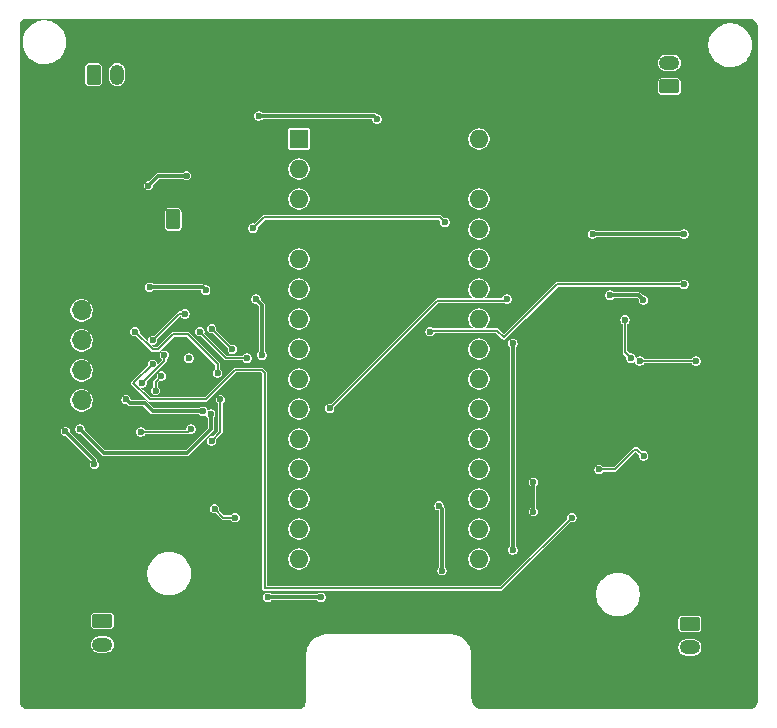
<source format=gbr>
%TF.GenerationSoftware,KiCad,Pcbnew,9.0.0*%
%TF.CreationDate,2025-10-30T20:26:06-05:00*%
%TF.ProjectId,kicad_proj1st,6b696361-645f-4707-926f-6a3173742e6b,rev?*%
%TF.SameCoordinates,Original*%
%TF.FileFunction,Copper,L4,Bot*%
%TF.FilePolarity,Positive*%
%FSLAX46Y46*%
G04 Gerber Fmt 4.6, Leading zero omitted, Abs format (unit mm)*
G04 Created by KiCad (PCBNEW 9.0.0) date 2025-10-30 20:26:06*
%MOMM*%
%LPD*%
G01*
G04 APERTURE LIST*
G04 Aperture macros list*
%AMRoundRect*
0 Rectangle with rounded corners*
0 $1 Rounding radius*
0 $2 $3 $4 $5 $6 $7 $8 $9 X,Y pos of 4 corners*
0 Add a 4 corners polygon primitive as box body*
4,1,4,$2,$3,$4,$5,$6,$7,$8,$9,$2,$3,0*
0 Add four circle primitives for the rounded corners*
1,1,$1+$1,$2,$3*
1,1,$1+$1,$4,$5*
1,1,$1+$1,$6,$7*
1,1,$1+$1,$8,$9*
0 Add four rect primitives between the rounded corners*
20,1,$1+$1,$2,$3,$4,$5,0*
20,1,$1+$1,$4,$5,$6,$7,0*
20,1,$1+$1,$6,$7,$8,$9,0*
20,1,$1+$1,$8,$9,$2,$3,0*%
G04 Aperture macros list end*
%TA.AperFunction,ComponentPad*%
%ADD10RoundRect,0.250000X0.625000X-0.350000X0.625000X0.350000X-0.625000X0.350000X-0.625000X-0.350000X0*%
%TD*%
%TA.AperFunction,ComponentPad*%
%ADD11O,1.750000X1.200000*%
%TD*%
%TA.AperFunction,ComponentPad*%
%ADD12RoundRect,0.250000X-0.625000X0.350000X-0.625000X-0.350000X0.625000X-0.350000X0.625000X0.350000X0*%
%TD*%
%TA.AperFunction,ComponentPad*%
%ADD13R,1.700000X1.700000*%
%TD*%
%TA.AperFunction,ComponentPad*%
%ADD14O,1.700000X1.700000*%
%TD*%
%TA.AperFunction,ComponentPad*%
%ADD15R,1.600000X1.600000*%
%TD*%
%TA.AperFunction,ComponentPad*%
%ADD16O,1.600000X1.600000*%
%TD*%
%TA.AperFunction,ComponentPad*%
%ADD17RoundRect,0.250000X-0.350000X-0.625000X0.350000X-0.625000X0.350000X0.625000X-0.350000X0.625000X0*%
%TD*%
%TA.AperFunction,ComponentPad*%
%ADD18O,1.200000X1.750000*%
%TD*%
%TA.AperFunction,ViaPad*%
%ADD19C,0.600000*%
%TD*%
%TA.AperFunction,Conductor*%
%ADD20C,0.200000*%
%TD*%
%TA.AperFunction,Conductor*%
%ADD21C,0.300000*%
%TD*%
G04 APERTURE END LIST*
D10*
%TO.P,J3,1,Pin_1*%
%TO.N,V_BAT*%
X104500000Y-45500000D03*
D11*
%TO.P,J3,2,Pin_2*%
%TO.N,/Motor_Drain_1*%
X104500000Y-43500000D03*
%TD*%
D12*
%TO.P,J5,1,Pin_1*%
%TO.N,V_BAT*%
X106250000Y-91000000D03*
D11*
%TO.P,J5,2,Pin_2*%
%TO.N,/Motor Drain 3*%
X106250000Y-93000000D03*
%TD*%
D13*
%TO.P,J2,1,Pin_1*%
%TO.N,GND*%
X54750000Y-61920000D03*
D14*
%TO.P,J2,2,Pin_2*%
%TO.N,+3V3*%
X54750000Y-64460000D03*
%TO.P,J2,3,Pin_3*%
%TO.N,R8EF_VIN*%
X54750000Y-67000000D03*
%TO.P,J2,4,Pin_4*%
%TO.N,V_OUT*%
X54750000Y-69540000D03*
%TO.P,J2,5,Pin_5*%
%TO.N,V_BAT*%
X54750000Y-72080000D03*
%TD*%
D15*
%TO.P,A2,1,D1/TX*%
%TO.N,unconnected-(A2-D1{slash}TX-Pad1)*%
X73140000Y-49950000D03*
D16*
%TO.P,A2,2,D0/RX*%
%TO.N,unconnected-(A2-D0{slash}RX-Pad2)*%
X73140000Y-52490000D03*
%TO.P,A2,3,~{RESET}*%
%TO.N,unconnected-(A2-~{RESET}-Pad3)*%
X73140000Y-55030000D03*
%TO.P,A2,4,GND*%
%TO.N,GND*%
X73140000Y-57570000D03*
%TO.P,A2,5,D2*%
%TO.N,unconnected-(A2-D2-Pad5)*%
X73140000Y-60110000D03*
%TO.P,A2,6,D3*%
%TO.N,/MOTOR0_SWITCH1*%
X73140000Y-62650000D03*
%TO.P,A2,7,D4*%
%TO.N,/LIDAR_GPIO1*%
X73140000Y-65190000D03*
%TO.P,A2,8,D5*%
%TO.N,/Motor Switch2*%
X73140000Y-67730000D03*
%TO.P,A2,9,D6*%
%TO.N,/Motor Switch 3*%
X73140000Y-70270000D03*
%TO.P,A2,10,D7*%
%TO.N,/LIDAR_XSHUT*%
X73140000Y-72810000D03*
%TO.P,A2,11,D8*%
%TO.N,unconnected-(A2-D8-Pad11)*%
X73140000Y-75350000D03*
%TO.P,A2,12,D9*%
%TO.N,/Motor Switch 4*%
X73140000Y-77890000D03*
%TO.P,A2,13,D10*%
%TO.N,unconnected-(A2-D10-Pad13)*%
X73140000Y-80430000D03*
%TO.P,A2,14,D11*%
%TO.N,unconnected-(A2-D11-Pad14)*%
X73140000Y-82970000D03*
%TO.P,A2,15,D12*%
%TO.N,unconnected-(A2-D12-Pad15)*%
X73140000Y-85510000D03*
%TO.P,A2,16,D13*%
%TO.N,unconnected-(A2-D13-Pad16)*%
X88380000Y-85510000D03*
%TO.P,A2,17,3V3*%
%TO.N,+3V3*%
X88380000Y-82970000D03*
%TO.P,A2,18,AREF*%
%TO.N,unconnected-(A2-AREF-Pad18)*%
X88380000Y-80430000D03*
%TO.P,A2,19,A0*%
%TO.N,unconnected-(A2-A0-Pad19)*%
X88380000Y-77890000D03*
%TO.P,A2,20,A1*%
%TO.N,CH1*%
X88380000Y-75350000D03*
%TO.P,A2,21,A2*%
%TO.N,CH2*%
X88380000Y-72810000D03*
%TO.P,A2,22,A3*%
%TO.N,CH3*%
X88380000Y-70270000D03*
%TO.P,A2,23,A4*%
%TO.N,CH4*%
X88380000Y-67730000D03*
%TO.P,A2,24,A5*%
%TO.N,unconnected-(A2-A5-Pad24)*%
X88380000Y-65190000D03*
%TO.P,A2,25,A6*%
%TO.N,unconnected-(A2-A6-Pad25)*%
X88380000Y-62650000D03*
%TO.P,A2,26,A7*%
%TO.N,unconnected-(A2-A7-Pad26)*%
X88380000Y-60110000D03*
%TO.P,A2,27,+5V*%
%TO.N,R8EF_VIN*%
X88380000Y-57570000D03*
%TO.P,A2,28,~{RESET}*%
%TO.N,unconnected-(A2-~{RESET}-Pad28)*%
X88380000Y-55030000D03*
%TO.P,A2,29,GND*%
%TO.N,GND*%
X88380000Y-52490000D03*
%TO.P,A2,30,VIN*%
%TO.N,V_OUT*%
X88380000Y-49950000D03*
%TD*%
D12*
%TO.P,J6,1,Pin_1*%
%TO.N,V_BAT*%
X56500000Y-90750000D03*
D11*
%TO.P,J6,2,Pin_2*%
%TO.N,/Motor Drain 4*%
X56500000Y-92750000D03*
%TD*%
D17*
%TO.P,J1,1,Pin_1*%
%TO.N,V_BAT*%
X62500000Y-56750000D03*
D18*
%TO.P,J1,2,Pin_2*%
%TO.N,GND*%
X64500000Y-56750000D03*
%TD*%
D17*
%TO.P,J4,1,Pin_1*%
%TO.N,V_BAT*%
X55750000Y-44500000D03*
D18*
%TO.P,J4,2,Pin_2*%
%TO.N,/Motor Drain 2*%
X57750000Y-44500000D03*
%TD*%
D19*
%TO.N,GND*%
X99650000Y-59650000D03*
X93725000Y-91575000D03*
X96100000Y-65275000D03*
X56975000Y-73325000D03*
X103875000Y-69325000D03*
X64925000Y-73875000D03*
X101125000Y-75650000D03*
X94950000Y-77775000D03*
X97350000Y-83675000D03*
X102046446Y-74821446D03*
X108950000Y-75700000D03*
X101675000Y-66825000D03*
X66325000Y-76875000D03*
X69325000Y-86500000D03*
X107225000Y-67500000D03*
X66525000Y-61025000D03*
X96050000Y-53300000D03*
X96675000Y-74975000D03*
X96150000Y-49825000D03*
X103450000Y-76225000D03*
X99750000Y-75975000D03*
X69375000Y-64600000D03*
X58350000Y-63275000D03*
X96750000Y-86850000D03*
X110500000Y-77225000D03*
X96550000Y-84575000D03*
X95175000Y-67325000D03*
X58550000Y-60500000D03*
X67950000Y-49950000D03*
X107425000Y-73150000D03*
X68175000Y-66650000D03*
X94125000Y-93650000D03*
X67500000Y-44075000D03*
X66400000Y-89575000D03*
X108475000Y-69775000D03*
X60500000Y-66125000D03*
X58050000Y-61400000D03*
X69550000Y-76225000D03*
X98675000Y-61300000D03*
%TO.N,+3V3*%
X99475000Y-63175000D03*
X105750000Y-58000000D03*
X70000000Y-68250000D03*
X91250000Y-67250000D03*
X102300000Y-63575000D03*
X93000000Y-79000000D03*
X60500000Y-62500000D03*
X65250000Y-62750000D03*
X69500000Y-63500000D03*
X98000000Y-58000000D03*
X93000000Y-81500000D03*
X91250000Y-84750000D03*
%TO.N,V_OUT*%
X58500000Y-72000000D03*
X85000000Y-81000000D03*
X79750000Y-48250000D03*
X69750000Y-48000000D03*
X70500000Y-88750000D03*
X75000000Y-88750000D03*
X85250000Y-86500000D03*
X65000000Y-73000000D03*
%TO.N,/LIDAR_GPIO1*%
X84250000Y-66250000D03*
X105750000Y-62250000D03*
%TO.N,R8EF_VIN*%
X63500000Y-64750000D03*
X69250000Y-57500000D03*
X85500000Y-57000000D03*
X60750000Y-67000000D03*
%TO.N,/LIDAR_XSHUT*%
X90750000Y-63500000D03*
X75750000Y-72750000D03*
%TO.N,Net-(U1-REGOUT)*%
X98550000Y-77925000D03*
X102325000Y-76775000D03*
%TO.N,Net-(U1-CPOUT)*%
X106750000Y-68750000D03*
X102000000Y-68750000D03*
%TO.N,V_BAT*%
X65675000Y-73225000D03*
X63625000Y-53050000D03*
X54600000Y-74500000D03*
X55825000Y-77500000D03*
X53375000Y-74700000D03*
X60400000Y-53900000D03*
%TO.N,Net-(U3-SW)*%
X65750000Y-75500000D03*
X65750000Y-66000000D03*
X67500000Y-67750000D03*
X66000000Y-81250000D03*
X66500000Y-72000000D03*
X67750000Y-82000000D03*
X63825000Y-68500000D03*
%TO.N,Net-(U3-VCC)*%
X96250000Y-82000000D03*
X60750000Y-69000000D03*
%TO.N,Net-(U3-COMP)*%
X59853554Y-70603554D03*
X61750000Y-68250000D03*
%TO.N,SCL*%
X100750000Y-65250000D03*
X101250000Y-68500000D03*
%TO.N,Net-(U3-FSW)*%
X64750000Y-66250000D03*
X68750000Y-68500000D03*
%TO.N,Net-(U3-ILIM)*%
X59250000Y-66250000D03*
X66250000Y-69750000D03*
%TO.N,Net-(U3-FB)*%
X61000000Y-71250000D03*
X59750000Y-74750000D03*
X61500000Y-70000000D03*
X64000000Y-74500000D03*
%TD*%
D20*
%TO.N,GND*%
X57450000Y-74925000D02*
X57450000Y-65750000D01*
X69375000Y-65450000D02*
X69375000Y-64600000D01*
X58350000Y-61700000D02*
X58050000Y-61400000D01*
D21*
X93725000Y-91575000D02*
X93725000Y-93250000D01*
D20*
X102350000Y-67500000D02*
X101675000Y-66825000D01*
X64925000Y-74575000D02*
X63600000Y-75900000D01*
X96100000Y-65275000D02*
X96100000Y-66400000D01*
X102046446Y-74821446D02*
X102225000Y-75000000D01*
X64925000Y-73875000D02*
X64925000Y-74575000D01*
X108950000Y-75700000D02*
X110475000Y-77225000D01*
X107225000Y-67500000D02*
X102350000Y-67500000D01*
X66325000Y-76875000D02*
X69550000Y-76875000D01*
X102225000Y-75000000D02*
X105575000Y-75000000D01*
X69325000Y-86500000D02*
X66400000Y-89425000D01*
X63600000Y-75900000D02*
X57300000Y-75900000D01*
X57450000Y-65750000D02*
X60125000Y-65750000D01*
X67500000Y-44075000D02*
X67500000Y-49500000D01*
X102875000Y-75650000D02*
X101125000Y-75650000D01*
X94950000Y-77775000D02*
X97350000Y-80175000D01*
X66525000Y-61025000D02*
X59075000Y-61025000D01*
X56975000Y-64145000D02*
X54750000Y-61920000D01*
X68175000Y-66650000D02*
X69375000Y-65450000D01*
X96550000Y-86650000D02*
X96750000Y-86850000D01*
X103875000Y-69325000D02*
X108025000Y-69325000D01*
D21*
X97350000Y-80175000D02*
X97350000Y-83675000D01*
D20*
X96100000Y-66400000D02*
X95175000Y-67325000D01*
X60125000Y-65750000D02*
X60500000Y-66125000D01*
X59075000Y-61025000D02*
X58550000Y-60500000D01*
X69550000Y-76875000D02*
X69675000Y-76750000D01*
X96150000Y-53200000D02*
X96050000Y-53300000D01*
X57300000Y-75900000D02*
X57300000Y-75075000D01*
X56975000Y-73325000D02*
X56975000Y-64145000D01*
X57300000Y-75075000D02*
X57450000Y-74925000D01*
X103450000Y-76225000D02*
X102875000Y-75650000D01*
X105575000Y-75000000D02*
X107425000Y-73150000D01*
X67500000Y-49500000D02*
X67950000Y-49950000D01*
X99650000Y-60325000D02*
X98675000Y-61300000D01*
X66400000Y-89425000D02*
X66400000Y-89575000D01*
X58350000Y-63275000D02*
X58350000Y-61700000D01*
D21*
X96550000Y-84575000D02*
X96550000Y-86650000D01*
D20*
X108025000Y-69325000D02*
X108475000Y-69775000D01*
D21*
X93725000Y-93250000D02*
X94125000Y-93650000D01*
D20*
X99750000Y-75975000D02*
X98750000Y-74975000D01*
X69675000Y-76750000D02*
X69675000Y-76350000D01*
X110475000Y-77225000D02*
X110500000Y-77225000D01*
X99650000Y-59650000D02*
X99650000Y-60325000D01*
X98750000Y-74975000D02*
X96675000Y-74975000D01*
D21*
X96150000Y-49825000D02*
X96150000Y-53200000D01*
D20*
X69675000Y-76350000D02*
X69550000Y-76225000D01*
D21*
%TO.N,+3V3*%
X105750000Y-58000000D02*
X98000000Y-58000000D01*
X101900000Y-63175000D02*
X99475000Y-63175000D01*
X93000000Y-79000000D02*
X93000000Y-81500000D01*
X65000000Y-62500000D02*
X65250000Y-62750000D01*
X60500000Y-62500000D02*
X65000000Y-62500000D01*
X70000000Y-64000000D02*
X70000000Y-68250000D01*
X91250000Y-67250000D02*
X91250000Y-84750000D01*
X69500000Y-63500000D02*
X70000000Y-64000000D01*
X102300000Y-63575000D02*
X101900000Y-63175000D01*
%TO.N,V_OUT*%
X58801000Y-72301000D02*
X60076000Y-72301000D01*
X60775000Y-73000000D02*
X64699000Y-73000000D01*
X69750000Y-48000000D02*
X79500000Y-48000000D01*
X85250000Y-81250000D02*
X85250000Y-86500000D01*
X70500000Y-88750000D02*
X75000000Y-88750000D01*
D20*
X64699000Y-73000000D02*
X65000000Y-73000000D01*
D21*
X60076000Y-72301000D02*
X60775000Y-73000000D01*
D20*
X79500000Y-48000000D02*
X79750000Y-48250000D01*
D21*
X85000000Y-81000000D02*
X85250000Y-81250000D01*
X58500000Y-72000000D02*
X58801000Y-72301000D01*
D20*
%TO.N,/LIDAR_GPIO1*%
X90500000Y-66750000D02*
X89941000Y-66191000D01*
X89941000Y-66191000D02*
X84309000Y-66191000D01*
X105750000Y-62250000D02*
X95000000Y-62250000D01*
X95000000Y-62250000D02*
X90500000Y-66750000D01*
X84309000Y-66191000D02*
X84250000Y-66250000D01*
%TO.N,R8EF_VIN*%
X70181000Y-56569000D02*
X85069000Y-56569000D01*
X85069000Y-56569000D02*
X85500000Y-57000000D01*
X60750000Y-67000000D02*
X63000000Y-64750000D01*
X69250000Y-57500000D02*
X70181000Y-56569000D01*
X63000000Y-64750000D02*
X63500000Y-64750000D01*
%TO.N,/LIDAR_XSHUT*%
X90750000Y-63500000D02*
X90599000Y-63651000D01*
X90599000Y-63651000D02*
X84849000Y-63651000D01*
X84849000Y-63651000D02*
X75750000Y-72750000D01*
%TO.N,Net-(U1-REGOUT)*%
X102325000Y-76775000D02*
X101800000Y-76250000D01*
X99875000Y-77925000D02*
X98550000Y-77925000D01*
X101550000Y-76250000D02*
X99875000Y-77925000D01*
X101800000Y-76250000D02*
X101550000Y-76250000D01*
%TO.N,Net-(U1-CPOUT)*%
X106750000Y-68750000D02*
X102000000Y-68750000D01*
D21*
%TO.N,V_BAT*%
X63699000Y-76501000D02*
X56601000Y-76501000D01*
X55825000Y-77150000D02*
X53375000Y-74700000D01*
X63625000Y-53050000D02*
X61250000Y-53050000D01*
X65675000Y-74525000D02*
X63699000Y-76501000D01*
X56601000Y-76501000D02*
X54600000Y-74500000D01*
X61250000Y-53050000D02*
X60400000Y-53900000D01*
X65675000Y-73225000D02*
X65675000Y-74525000D01*
X55825000Y-77500000D02*
X55825000Y-77150000D01*
D20*
%TO.N,Net-(U3-SW)*%
X67750000Y-82000000D02*
X66750000Y-82000000D01*
X65750000Y-75500000D02*
X66500000Y-74750000D01*
X66500000Y-74750000D02*
X66500000Y-72000000D01*
X66750000Y-82000000D02*
X66000000Y-81250000D01*
X67500000Y-67750000D02*
X65750000Y-66000000D01*
%TO.N,Net-(U3-VCC)*%
X96250000Y-82000000D02*
X90250000Y-88000000D01*
X90250000Y-88000000D02*
X70250000Y-88000000D01*
X59125000Y-70625000D02*
X60750000Y-69000000D01*
X65250000Y-72000000D02*
X60500000Y-72000000D01*
X70250000Y-88000000D02*
X70250000Y-69750000D01*
X70250000Y-69750000D02*
X70000000Y-69500000D01*
X60500000Y-72000000D02*
X59125000Y-70625000D01*
X67750000Y-69500000D02*
X65250000Y-72000000D01*
X70000000Y-69500000D02*
X67750000Y-69500000D01*
%TO.N,Net-(U3-COMP)*%
X61750000Y-68707108D02*
X59853554Y-70603554D01*
X61750000Y-68250000D02*
X61750000Y-68707108D01*
%TO.N,SCL*%
X100750000Y-65250000D02*
X100750000Y-68000000D01*
X100750000Y-68000000D02*
X101250000Y-68500000D01*
%TO.N,Net-(U3-FSW)*%
X67000000Y-68500000D02*
X68750000Y-68500000D01*
X64750000Y-66250000D02*
X67000000Y-68500000D01*
%TO.N,Net-(U3-ILIM)*%
X66250000Y-69000000D02*
X66250000Y-69750000D01*
X60750000Y-67750000D02*
X61250000Y-67750000D01*
X61250000Y-67750000D02*
X62500000Y-66500000D01*
X59250000Y-66250000D02*
X60750000Y-67750000D01*
X63750000Y-66500000D02*
X66250000Y-69000000D01*
X62500000Y-66500000D02*
X63750000Y-66500000D01*
%TO.N,Net-(U3-FB)*%
X61000000Y-70500000D02*
X61500000Y-70000000D01*
X63750000Y-74750000D02*
X59750000Y-74750000D01*
X61000000Y-71250000D02*
X61000000Y-70500000D01*
X64000000Y-74500000D02*
X63750000Y-74750000D01*
%TD*%
%TA.AperFunction,Conductor*%
%TO.N,GND*%
G36*
X111250558Y-39750555D02*
G01*
X111395093Y-39764790D01*
X111397304Y-39765230D01*
X111466520Y-39786226D01*
X111535738Y-39807223D01*
X111537820Y-39808086D01*
X111665403Y-39876281D01*
X111667267Y-39877526D01*
X111742988Y-39939667D01*
X111779101Y-39969304D01*
X111780695Y-39970898D01*
X111872471Y-40082729D01*
X111873720Y-40084599D01*
X111941913Y-40212179D01*
X111942776Y-40214262D01*
X111984769Y-40352695D01*
X111985209Y-40354906D01*
X111999445Y-40499441D01*
X111999500Y-40500568D01*
X111999500Y-97499431D01*
X111999445Y-97500558D01*
X111985209Y-97645093D01*
X111984769Y-97647304D01*
X111942776Y-97785737D01*
X111941913Y-97787820D01*
X111873720Y-97915400D01*
X111872468Y-97917275D01*
X111780695Y-98029101D01*
X111779101Y-98030695D01*
X111667275Y-98122468D01*
X111665400Y-98123720D01*
X111537820Y-98191913D01*
X111535737Y-98192776D01*
X111397304Y-98234769D01*
X111395093Y-98235209D01*
X111250558Y-98249445D01*
X111249431Y-98249500D01*
X88750499Y-98249500D01*
X88749497Y-98249456D01*
X88577441Y-98234402D01*
X88575467Y-98234054D01*
X88409126Y-98189484D01*
X88407242Y-98188799D01*
X88251158Y-98116015D01*
X88249422Y-98115012D01*
X88108361Y-98016240D01*
X88106825Y-98014952D01*
X87985047Y-97893174D01*
X87983759Y-97891638D01*
X87884987Y-97750577D01*
X87883984Y-97748841D01*
X87836636Y-97647304D01*
X87811198Y-97592753D01*
X87810515Y-97590873D01*
X87765945Y-97424532D01*
X87765597Y-97422558D01*
X87750544Y-97250502D01*
X87750500Y-97249500D01*
X87750500Y-93699771D01*
X87750501Y-93699768D01*
X87750500Y-93638654D01*
X87750516Y-93638613D01*
X87750516Y-93633876D01*
X87750517Y-93633876D01*
X87750516Y-93508678D01*
X87714878Y-93260830D01*
X87644330Y-93020577D01*
X87603424Y-92931007D01*
X105274500Y-92931007D01*
X105274500Y-93068993D01*
X105292284Y-93158399D01*
X105301419Y-93204324D01*
X105301419Y-93204327D01*
X105354226Y-93331813D01*
X105380260Y-93370775D01*
X105430886Y-93446542D01*
X105528458Y-93544114D01*
X105643189Y-93620775D01*
X105770672Y-93673580D01*
X105906007Y-93700500D01*
X105906009Y-93700500D01*
X106593991Y-93700500D01*
X106593993Y-93700500D01*
X106729328Y-93673580D01*
X106856811Y-93620775D01*
X106971542Y-93544114D01*
X107069114Y-93446542D01*
X107145775Y-93331811D01*
X107198580Y-93204328D01*
X107225500Y-93068993D01*
X107225500Y-92931007D01*
X107198580Y-92795672D01*
X107145775Y-92668189D01*
X107069114Y-92553458D01*
X106971542Y-92455886D01*
X106915125Y-92418189D01*
X106856813Y-92379226D01*
X106729326Y-92326419D01*
X106647831Y-92310209D01*
X106593993Y-92299500D01*
X105906007Y-92299500D01*
X105838800Y-92312868D01*
X105770675Y-92326419D01*
X105770672Y-92326419D01*
X105643186Y-92379226D01*
X105528461Y-92455883D01*
X105430883Y-92553461D01*
X105354226Y-92668186D01*
X105301419Y-92795672D01*
X105301419Y-92795675D01*
X105296781Y-92818993D01*
X105274500Y-92931007D01*
X87603424Y-92931007D01*
X87540309Y-92792809D01*
X87468458Y-92681008D01*
X87404937Y-92582168D01*
X87404928Y-92582157D01*
X87295511Y-92455886D01*
X87240956Y-92392927D01*
X87051718Y-92228953D01*
X87051715Y-92228951D01*
X87051714Y-92228950D01*
X87051713Y-92228949D01*
X86841082Y-92093586D01*
X86841074Y-92093581D01*
X86841070Y-92093579D01*
X86841065Y-92093577D01*
X86841062Y-92093575D01*
X86742790Y-92048696D01*
X86613301Y-91989562D01*
X86546459Y-91969935D01*
X86373053Y-91919018D01*
X86373047Y-91919017D01*
X86125198Y-91883382D01*
X86125194Y-91883382D01*
X86000000Y-91883383D01*
X75433478Y-91883383D01*
X75433221Y-91883400D01*
X75374803Y-91883400D01*
X75129699Y-91918640D01*
X75126950Y-91919036D01*
X74886706Y-91989579D01*
X74886705Y-91989579D01*
X74658931Y-92093598D01*
X74448297Y-92228963D01*
X74448296Y-92228964D01*
X74259061Y-92392936D01*
X74259053Y-92392944D01*
X74095086Y-92582168D01*
X74095077Y-92582179D01*
X73959714Y-92792805D01*
X73959703Y-92792825D01*
X73855687Y-93020582D01*
X73855687Y-93020583D01*
X73785141Y-93260827D01*
X73749501Y-93508682D01*
X73749501Y-93567277D01*
X73749500Y-93567295D01*
X73749500Y-93633876D01*
X73749499Y-93700688D01*
X73749500Y-93700701D01*
X73749500Y-97499431D01*
X73749445Y-97500558D01*
X73735209Y-97645093D01*
X73734769Y-97647304D01*
X73692776Y-97785737D01*
X73691913Y-97787820D01*
X73623720Y-97915400D01*
X73622468Y-97917275D01*
X73530695Y-98029101D01*
X73529101Y-98030695D01*
X73417275Y-98122468D01*
X73415400Y-98123720D01*
X73287820Y-98191913D01*
X73285737Y-98192776D01*
X73147304Y-98234769D01*
X73145093Y-98235209D01*
X73000558Y-98249445D01*
X72999431Y-98249500D01*
X50250569Y-98249500D01*
X50249442Y-98249445D01*
X50104906Y-98235209D01*
X50102695Y-98234769D01*
X49964262Y-98192776D01*
X49962179Y-98191913D01*
X49834599Y-98123720D01*
X49832729Y-98122471D01*
X49720898Y-98030695D01*
X49719304Y-98029101D01*
X49707692Y-98014952D01*
X49627526Y-97917267D01*
X49626279Y-97915400D01*
X49615064Y-97894419D01*
X49558086Y-97787820D01*
X49557223Y-97785737D01*
X49515230Y-97647304D01*
X49514790Y-97645093D01*
X49500555Y-97500558D01*
X49500500Y-97499431D01*
X49500500Y-92681008D01*
X55524500Y-92681008D01*
X55524500Y-92818991D01*
X55551419Y-92954324D01*
X55551419Y-92954327D01*
X55604226Y-93081813D01*
X55680883Y-93196538D01*
X55680886Y-93196542D01*
X55778458Y-93294114D01*
X55893189Y-93370775D01*
X56020672Y-93423580D01*
X56156007Y-93450500D01*
X56156009Y-93450500D01*
X56843991Y-93450500D01*
X56843993Y-93450500D01*
X56979328Y-93423580D01*
X57106811Y-93370775D01*
X57221542Y-93294114D01*
X57319114Y-93196542D01*
X57395775Y-93081811D01*
X57448580Y-92954328D01*
X57475500Y-92818993D01*
X57475500Y-92681007D01*
X57448580Y-92545672D01*
X57395775Y-92418189D01*
X57319114Y-92303458D01*
X57221542Y-92205886D01*
X57221538Y-92205883D01*
X57106813Y-92129226D01*
X56979326Y-92076419D01*
X56897831Y-92060209D01*
X56843993Y-92049500D01*
X56156007Y-92049500D01*
X56088800Y-92062868D01*
X56020675Y-92076419D01*
X56020672Y-92076419D01*
X55893186Y-92129226D01*
X55778461Y-92205883D01*
X55680883Y-92303461D01*
X55604226Y-92418186D01*
X55551419Y-92545672D01*
X55551419Y-92545675D01*
X55524500Y-92681008D01*
X49500500Y-92681008D01*
X49500500Y-90366740D01*
X55524500Y-90366740D01*
X55524500Y-91133260D01*
X55534427Y-91201393D01*
X55585802Y-91306483D01*
X55668517Y-91389198D01*
X55773607Y-91440573D01*
X55841740Y-91450500D01*
X57158260Y-91450500D01*
X57226393Y-91440573D01*
X57331483Y-91389198D01*
X57414198Y-91306483D01*
X57465573Y-91201393D01*
X57475500Y-91133260D01*
X57475500Y-90616740D01*
X105274500Y-90616740D01*
X105274500Y-91383260D01*
X105284427Y-91451393D01*
X105335802Y-91556483D01*
X105418517Y-91639198D01*
X105523607Y-91690573D01*
X105591740Y-91700500D01*
X106908260Y-91700500D01*
X106976393Y-91690573D01*
X107081483Y-91639198D01*
X107164198Y-91556483D01*
X107215573Y-91451393D01*
X107225500Y-91383260D01*
X107225500Y-90616740D01*
X107215573Y-90548607D01*
X107164198Y-90443517D01*
X107081483Y-90360802D01*
X106976393Y-90309427D01*
X106908260Y-90299500D01*
X105591740Y-90299500D01*
X105523607Y-90309427D01*
X105447177Y-90346791D01*
X105418515Y-90360803D01*
X105335803Y-90443515D01*
X105335802Y-90443516D01*
X105335802Y-90443517D01*
X105284427Y-90548607D01*
X105274500Y-90616740D01*
X57475500Y-90616740D01*
X57475500Y-90366740D01*
X57465573Y-90298607D01*
X57414198Y-90193517D01*
X57331483Y-90110802D01*
X57226393Y-90059427D01*
X57158260Y-90049500D01*
X55841740Y-90049500D01*
X55773607Y-90059427D01*
X55668517Y-90110802D01*
X55668515Y-90110803D01*
X55585803Y-90193515D01*
X55585802Y-90193516D01*
X55585802Y-90193517D01*
X55534427Y-90298607D01*
X55524500Y-90366740D01*
X49500500Y-90366740D01*
X49500500Y-88697273D01*
X70099500Y-88697273D01*
X70099500Y-88802727D01*
X70126793Y-88904587D01*
X70179520Y-88995913D01*
X70254087Y-89070480D01*
X70345413Y-89123207D01*
X70447273Y-89150500D01*
X70552727Y-89150500D01*
X70654587Y-89123207D01*
X70745913Y-89070480D01*
X70812525Y-89003868D01*
X70820657Y-89000500D01*
X74679343Y-89000500D01*
X74687475Y-89003868D01*
X74754087Y-89070480D01*
X74845413Y-89123207D01*
X74947273Y-89150500D01*
X75052727Y-89150500D01*
X75154587Y-89123207D01*
X75245913Y-89070480D01*
X75320480Y-88995913D01*
X75373207Y-88904587D01*
X75400500Y-88802727D01*
X75400500Y-88697273D01*
X75373207Y-88595413D01*
X75320480Y-88504087D01*
X75245913Y-88429520D01*
X75245912Y-88429519D01*
X75174930Y-88388538D01*
X75158332Y-88378955D01*
X98306918Y-88378955D01*
X98306918Y-88417098D01*
X98306918Y-88621045D01*
X98338517Y-88861064D01*
X98338518Y-88861068D01*
X98338519Y-88861075D01*
X98338519Y-88861076D01*
X98401172Y-89094899D01*
X98401172Y-89094900D01*
X98493819Y-89318571D01*
X98614860Y-89528220D01*
X98614862Y-89528223D01*
X98614863Y-89528224D01*
X98762238Y-89720287D01*
X98933422Y-89891471D01*
X99125485Y-90038846D01*
X99125488Y-90038848D01*
X99335137Y-90159889D01*
X99335138Y-90159889D01*
X99335141Y-90159891D01*
X99558804Y-90252535D01*
X99558808Y-90252536D01*
X99792633Y-90315189D01*
X99792634Y-90315189D01*
X99792645Y-90315192D01*
X100032664Y-90346791D01*
X100032668Y-90346791D01*
X100274750Y-90346791D01*
X100274754Y-90346791D01*
X100514773Y-90315192D01*
X100514784Y-90315189D01*
X100514785Y-90315189D01*
X100576670Y-90298607D01*
X100748614Y-90252535D01*
X100972277Y-90159891D01*
X101181933Y-90038846D01*
X101373996Y-89891471D01*
X101545180Y-89720287D01*
X101692555Y-89528224D01*
X101813600Y-89318568D01*
X101906244Y-89094905D01*
X101968901Y-88861064D01*
X102000500Y-88621045D01*
X102000500Y-88378955D01*
X101968901Y-88138936D01*
X101962105Y-88113574D01*
X101932106Y-88001616D01*
X101906244Y-87905095D01*
X101813600Y-87681432D01*
X101800234Y-87658282D01*
X101692557Y-87471779D01*
X101692555Y-87471776D01*
X101545180Y-87279713D01*
X101373996Y-87108529D01*
X101181933Y-86961154D01*
X101181932Y-86961153D01*
X101181929Y-86961151D01*
X100972280Y-86840110D01*
X100748609Y-86747463D01*
X100514784Y-86684810D01*
X100514777Y-86684809D01*
X100514773Y-86684808D01*
X100320989Y-86659295D01*
X100274755Y-86653209D01*
X100274754Y-86653209D01*
X100032664Y-86653209D01*
X100032662Y-86653209D01*
X99940193Y-86665382D01*
X99792645Y-86684808D01*
X99792641Y-86684808D01*
X99792633Y-86684810D01*
X99792632Y-86684810D01*
X99558809Y-86747463D01*
X99558808Y-86747463D01*
X99335137Y-86840110D01*
X99125488Y-86961151D01*
X99080698Y-86995520D01*
X98933422Y-87108529D01*
X98933417Y-87108534D01*
X98933415Y-87108535D01*
X98762244Y-87279706D01*
X98762243Y-87279708D01*
X98762238Y-87279713D01*
X98670128Y-87399752D01*
X98614860Y-87471779D01*
X98493819Y-87681428D01*
X98401172Y-87905099D01*
X98401172Y-87905100D01*
X98338519Y-88138923D01*
X98338519Y-88138924D01*
X98338517Y-88138932D01*
X98338517Y-88138936D01*
X98334431Y-88169974D01*
X98307203Y-88376793D01*
X98306918Y-88378955D01*
X75158332Y-88378955D01*
X75154591Y-88376795D01*
X75154589Y-88376794D01*
X75154587Y-88376793D01*
X75154583Y-88376792D01*
X75154581Y-88376791D01*
X75052727Y-88349500D01*
X74947273Y-88349500D01*
X74845418Y-88376791D01*
X74845408Y-88376795D01*
X74754087Y-88429519D01*
X74687475Y-88496132D01*
X74679343Y-88499500D01*
X70820657Y-88499500D01*
X70812525Y-88496132D01*
X70745912Y-88429519D01*
X70654591Y-88376795D01*
X70654589Y-88376794D01*
X70654587Y-88376793D01*
X70654583Y-88376792D01*
X70654581Y-88376791D01*
X70552727Y-88349500D01*
X70447273Y-88349500D01*
X70345418Y-88376791D01*
X70345408Y-88376795D01*
X70254087Y-88429519D01*
X70179519Y-88504087D01*
X70126795Y-88595408D01*
X70126791Y-88595418D01*
X70099500Y-88697273D01*
X49500500Y-88697273D01*
X49500500Y-86628955D01*
X60306918Y-86628955D01*
X60306918Y-86667098D01*
X60306918Y-86871045D01*
X60338517Y-87111064D01*
X60338518Y-87111068D01*
X60338519Y-87111075D01*
X60338519Y-87111076D01*
X60401172Y-87344899D01*
X60401172Y-87344900D01*
X60493819Y-87568571D01*
X60614860Y-87778220D01*
X60614862Y-87778223D01*
X60614863Y-87778224D01*
X60762238Y-87970287D01*
X60933422Y-88141471D01*
X61125485Y-88288846D01*
X61125488Y-88288848D01*
X61335137Y-88409889D01*
X61335138Y-88409889D01*
X61335141Y-88409891D01*
X61558804Y-88502535D01*
X61558808Y-88502536D01*
X61792633Y-88565189D01*
X61792634Y-88565189D01*
X61792645Y-88565192D01*
X62032664Y-88596791D01*
X62032668Y-88596791D01*
X62274750Y-88596791D01*
X62274754Y-88596791D01*
X62514773Y-88565192D01*
X62514784Y-88565189D01*
X62514785Y-88565189D01*
X62575968Y-88548794D01*
X62748614Y-88502535D01*
X62972277Y-88409891D01*
X63181933Y-88288846D01*
X63373996Y-88141471D01*
X63545180Y-87970287D01*
X63692555Y-87778224D01*
X63813600Y-87568568D01*
X63906244Y-87344905D01*
X63968901Y-87111064D01*
X64000500Y-86871045D01*
X64000500Y-86628955D01*
X63968901Y-86388936D01*
X63965406Y-86375894D01*
X63921876Y-86213436D01*
X63906244Y-86155095D01*
X63813600Y-85931432D01*
X63800234Y-85908282D01*
X63692557Y-85721779D01*
X63692555Y-85721776D01*
X63545180Y-85529713D01*
X63373996Y-85358529D01*
X63181933Y-85211154D01*
X63181932Y-85211153D01*
X63181929Y-85211151D01*
X62972280Y-85090110D01*
X62748609Y-84997463D01*
X62514784Y-84934810D01*
X62514777Y-84934809D01*
X62514773Y-84934808D01*
X62320989Y-84909295D01*
X62274755Y-84903209D01*
X62274754Y-84903209D01*
X62032664Y-84903209D01*
X62032662Y-84903209D01*
X61940193Y-84915382D01*
X61792645Y-84934808D01*
X61792641Y-84934808D01*
X61792633Y-84934810D01*
X61792632Y-84934810D01*
X61558809Y-84997463D01*
X61558808Y-84997463D01*
X61335137Y-85090110D01*
X61125488Y-85211151D01*
X61078334Y-85247334D01*
X60933422Y-85358529D01*
X60933417Y-85358534D01*
X60933415Y-85358535D01*
X60762244Y-85529706D01*
X60762243Y-85529708D01*
X60762238Y-85529713D01*
X60670128Y-85649752D01*
X60614860Y-85721779D01*
X60493819Y-85931428D01*
X60401172Y-86155099D01*
X60401172Y-86155100D01*
X60338519Y-86388923D01*
X60338519Y-86388924D01*
X60338517Y-86388932D01*
X60338517Y-86388936D01*
X60306918Y-86628955D01*
X49500500Y-86628955D01*
X49500500Y-81197273D01*
X65599500Y-81197273D01*
X65599500Y-81302726D01*
X65626791Y-81404581D01*
X65626795Y-81404591D01*
X65651437Y-81447273D01*
X65679520Y-81495913D01*
X65754087Y-81570480D01*
X65845413Y-81623207D01*
X65947273Y-81650500D01*
X66052726Y-81650500D01*
X66052727Y-81650500D01*
X66096965Y-81638646D01*
X66105690Y-81639795D01*
X66108072Y-81641622D01*
X66636426Y-82169976D01*
X66710118Y-82200500D01*
X66789882Y-82200500D01*
X67396662Y-82200500D01*
X67404794Y-82203868D01*
X67406619Y-82206248D01*
X67429520Y-82245913D01*
X67504087Y-82320480D01*
X67595413Y-82373207D01*
X67697273Y-82400500D01*
X67802727Y-82400500D01*
X67904587Y-82373207D01*
X67995913Y-82320480D01*
X68070480Y-82245913D01*
X68123207Y-82154587D01*
X68150500Y-82052727D01*
X68150500Y-81947273D01*
X68123207Y-81845413D01*
X68070480Y-81754087D01*
X67995913Y-81679520D01*
X67995912Y-81679519D01*
X67904591Y-81626795D01*
X67904589Y-81626794D01*
X67904587Y-81626793D01*
X67904583Y-81626792D01*
X67904581Y-81626791D01*
X67802727Y-81599500D01*
X67697273Y-81599500D01*
X67595418Y-81626791D01*
X67595408Y-81626795D01*
X67504087Y-81679519D01*
X67429519Y-81754087D01*
X67406621Y-81793750D01*
X67399639Y-81799108D01*
X67396662Y-81799500D01*
X66837814Y-81799500D01*
X66829682Y-81796132D01*
X66391622Y-81358072D01*
X66388254Y-81349940D01*
X66388645Y-81346969D01*
X66400500Y-81302727D01*
X66400500Y-81197273D01*
X66373207Y-81095413D01*
X66320480Y-81004087D01*
X66245913Y-80929520D01*
X66245912Y-80929519D01*
X66154591Y-80876795D01*
X66154589Y-80876794D01*
X66154587Y-80876793D01*
X66154583Y-80876792D01*
X66154581Y-80876791D01*
X66052727Y-80849500D01*
X65947273Y-80849500D01*
X65845418Y-80876791D01*
X65845408Y-80876795D01*
X65754087Y-80929519D01*
X65679519Y-81004087D01*
X65626795Y-81095408D01*
X65626791Y-81095418D01*
X65599500Y-81197273D01*
X49500500Y-81197273D01*
X49500500Y-74647273D01*
X52974500Y-74647273D01*
X52974500Y-74752726D01*
X53001791Y-74854581D01*
X53001795Y-74854591D01*
X53041552Y-74923453D01*
X53054520Y-74945913D01*
X53129087Y-75020480D01*
X53220413Y-75073207D01*
X53322273Y-75100500D01*
X53416475Y-75100500D01*
X53424607Y-75103868D01*
X55531541Y-77210802D01*
X55534909Y-77218934D01*
X55531541Y-77227066D01*
X55504519Y-77254087D01*
X55451795Y-77345408D01*
X55451791Y-77345418D01*
X55424500Y-77447273D01*
X55424500Y-77552726D01*
X55451791Y-77654581D01*
X55451795Y-77654591D01*
X55490212Y-77721132D01*
X55504520Y-77745913D01*
X55579087Y-77820480D01*
X55670413Y-77873207D01*
X55772273Y-77900500D01*
X55877727Y-77900500D01*
X55979587Y-77873207D01*
X56070913Y-77820480D01*
X56145480Y-77745913D01*
X56198207Y-77654587D01*
X56225500Y-77552727D01*
X56225500Y-77447273D01*
X56198207Y-77345413D01*
X56145480Y-77254087D01*
X56078868Y-77187475D01*
X56075500Y-77179343D01*
X56075500Y-77100173D01*
X56075500Y-77100172D01*
X56037364Y-77008103D01*
X55966897Y-76937636D01*
X53778868Y-74749607D01*
X53775500Y-74741475D01*
X53775500Y-74647273D01*
X53748207Y-74545413D01*
X53695480Y-74454087D01*
X53688666Y-74447273D01*
X54199500Y-74447273D01*
X54199500Y-74552726D01*
X54226791Y-74654581D01*
X54226795Y-74654591D01*
X54276957Y-74741475D01*
X54279520Y-74745913D01*
X54354087Y-74820480D01*
X54445413Y-74873207D01*
X54547273Y-74900500D01*
X54641475Y-74900500D01*
X54649607Y-74903868D01*
X56459103Y-76713364D01*
X56551172Y-76751500D01*
X56551173Y-76751500D01*
X63748826Y-76751500D01*
X63748828Y-76751500D01*
X63840897Y-76713364D01*
X65106988Y-75447273D01*
X65349500Y-75447273D01*
X65349500Y-75552727D01*
X65376793Y-75654587D01*
X65429520Y-75745913D01*
X65504087Y-75820480D01*
X65595413Y-75873207D01*
X65697273Y-75900500D01*
X65802727Y-75900500D01*
X65904587Y-75873207D01*
X65995913Y-75820480D01*
X66070480Y-75745913D01*
X66123207Y-75654587D01*
X66150500Y-75552727D01*
X66150500Y-75447273D01*
X66138646Y-75403033D01*
X66139795Y-75394308D01*
X66141618Y-75391930D01*
X66669976Y-74863574D01*
X66700500Y-74789882D01*
X66700500Y-74710118D01*
X66700500Y-72353338D01*
X66703868Y-72345206D01*
X66706250Y-72343379D01*
X66745913Y-72320480D01*
X66820480Y-72245913D01*
X66873207Y-72154587D01*
X66900500Y-72052727D01*
X66900500Y-71947273D01*
X66873207Y-71845413D01*
X66820480Y-71754087D01*
X66745913Y-71679520D01*
X66745912Y-71679519D01*
X66654591Y-71626795D01*
X66654589Y-71626794D01*
X66654587Y-71626793D01*
X66654583Y-71626792D01*
X66654581Y-71626791D01*
X66552727Y-71599500D01*
X66447273Y-71599500D01*
X66345418Y-71626791D01*
X66345408Y-71626795D01*
X66254087Y-71679519D01*
X66179519Y-71754087D01*
X66126795Y-71845408D01*
X66126791Y-71845418D01*
X66099500Y-71947273D01*
X66099500Y-72052726D01*
X66126791Y-72154581D01*
X66126795Y-72154591D01*
X66179519Y-72245912D01*
X66254087Y-72320480D01*
X66293750Y-72343379D01*
X66299108Y-72350361D01*
X66299500Y-72353338D01*
X66299500Y-74662185D01*
X66296132Y-74670317D01*
X65858072Y-75108376D01*
X65849940Y-75111744D01*
X65846964Y-75111352D01*
X65802727Y-75099500D01*
X65697273Y-75099500D01*
X65595418Y-75126791D01*
X65595408Y-75126795D01*
X65504087Y-75179519D01*
X65429519Y-75254087D01*
X65376795Y-75345408D01*
X65376791Y-75345418D01*
X65349500Y-75447273D01*
X65106988Y-75447273D01*
X65887364Y-74666897D01*
X65925500Y-74574828D01*
X65925500Y-74475172D01*
X65925500Y-73545657D01*
X65928868Y-73537525D01*
X65956929Y-73509464D01*
X65995480Y-73470913D01*
X66048207Y-73379587D01*
X66075500Y-73277727D01*
X66075500Y-73172273D01*
X66048207Y-73070413D01*
X65995480Y-72979087D01*
X65920913Y-72904520D01*
X65920912Y-72904519D01*
X65829591Y-72851795D01*
X65829589Y-72851794D01*
X65829587Y-72851793D01*
X65829583Y-72851792D01*
X65829581Y-72851791D01*
X65727727Y-72824500D01*
X65622273Y-72824500D01*
X65520418Y-72851791D01*
X65520408Y-72851795D01*
X65429084Y-72904521D01*
X65411589Y-72922015D01*
X65403457Y-72925383D01*
X65395326Y-72922014D01*
X65392350Y-72916859D01*
X65389060Y-72904581D01*
X65373207Y-72845413D01*
X65320480Y-72754087D01*
X65245913Y-72679520D01*
X65245912Y-72679519D01*
X65154591Y-72626795D01*
X65154589Y-72626794D01*
X65154587Y-72626793D01*
X65154583Y-72626792D01*
X65154581Y-72626791D01*
X65052727Y-72599500D01*
X64947273Y-72599500D01*
X64845418Y-72626791D01*
X64845408Y-72626795D01*
X64754087Y-72679519D01*
X64687475Y-72746132D01*
X64679343Y-72749500D01*
X60883525Y-72749500D01*
X60875393Y-72746132D01*
X60217898Y-72088637D01*
X60217897Y-72088636D01*
X60125828Y-72050500D01*
X60125826Y-72050500D01*
X58912000Y-72050500D01*
X58903868Y-72047132D01*
X58900500Y-72039000D01*
X58900500Y-71947273D01*
X58873208Y-71845418D01*
X58873207Y-71845413D01*
X58820480Y-71754087D01*
X58745913Y-71679520D01*
X58745912Y-71679519D01*
X58654591Y-71626795D01*
X58654589Y-71626794D01*
X58654587Y-71626793D01*
X58654583Y-71626792D01*
X58654581Y-71626791D01*
X58552727Y-71599500D01*
X58447273Y-71599500D01*
X58345418Y-71626791D01*
X58345408Y-71626795D01*
X58254087Y-71679519D01*
X58179519Y-71754087D01*
X58126795Y-71845408D01*
X58126791Y-71845418D01*
X58099500Y-71947273D01*
X58099500Y-72052726D01*
X58126791Y-72154581D01*
X58126795Y-72154591D01*
X58173776Y-72235965D01*
X58179520Y-72245913D01*
X58254087Y-72320480D01*
X58345413Y-72373207D01*
X58447273Y-72400500D01*
X58541475Y-72400500D01*
X58549607Y-72403868D01*
X58659103Y-72513364D01*
X58751172Y-72551500D01*
X58850827Y-72551500D01*
X59967475Y-72551500D01*
X59975607Y-72554868D01*
X60633103Y-73212364D01*
X60725172Y-73250500D01*
X60824827Y-73250500D01*
X64679343Y-73250500D01*
X64687475Y-73253868D01*
X64754087Y-73320480D01*
X64845413Y-73373207D01*
X64947273Y-73400500D01*
X65052727Y-73400500D01*
X65154587Y-73373207D01*
X65245913Y-73320480D01*
X65263408Y-73302983D01*
X65271539Y-73299615D01*
X65279671Y-73302983D01*
X65282648Y-73308139D01*
X65301792Y-73379585D01*
X65354519Y-73470912D01*
X65421132Y-73537525D01*
X65424500Y-73545657D01*
X65424500Y-74416475D01*
X65421132Y-74424607D01*
X63598607Y-76247132D01*
X63590475Y-76250500D01*
X56709525Y-76250500D01*
X56701393Y-76247132D01*
X55151534Y-74697273D01*
X59349500Y-74697273D01*
X59349500Y-74802726D01*
X59376791Y-74904581D01*
X59376795Y-74904591D01*
X59406620Y-74956250D01*
X59429520Y-74995913D01*
X59504087Y-75070480D01*
X59595413Y-75123207D01*
X59697273Y-75150500D01*
X59802727Y-75150500D01*
X59904587Y-75123207D01*
X59995913Y-75070480D01*
X60070480Y-74995913D01*
X60093379Y-74956249D01*
X60100361Y-74950892D01*
X60103338Y-74950500D01*
X63789880Y-74950500D01*
X63789882Y-74950500D01*
X63863574Y-74919976D01*
X63891926Y-74891622D01*
X63900058Y-74888254D01*
X63903031Y-74888645D01*
X63947273Y-74900500D01*
X64052727Y-74900500D01*
X64154587Y-74873207D01*
X64245913Y-74820480D01*
X64320480Y-74745913D01*
X64373207Y-74654587D01*
X64400500Y-74552727D01*
X64400500Y-74447273D01*
X64373207Y-74345413D01*
X64320480Y-74254087D01*
X64245913Y-74179520D01*
X64245912Y-74179519D01*
X64154591Y-74126795D01*
X64154589Y-74126794D01*
X64154587Y-74126793D01*
X64154583Y-74126792D01*
X64154581Y-74126791D01*
X64052727Y-74099500D01*
X63947273Y-74099500D01*
X63845418Y-74126791D01*
X63845408Y-74126795D01*
X63754087Y-74179519D01*
X63679519Y-74254087D01*
X63626795Y-74345408D01*
X63626791Y-74345418D01*
X63599500Y-74447273D01*
X63599500Y-74538000D01*
X63596132Y-74546132D01*
X63588000Y-74549500D01*
X60103338Y-74549500D01*
X60095206Y-74546132D01*
X60093379Y-74543750D01*
X60090059Y-74538000D01*
X60070480Y-74504087D01*
X59995913Y-74429520D01*
X59995912Y-74429519D01*
X59904591Y-74376795D01*
X59904589Y-74376794D01*
X59904587Y-74376793D01*
X59904583Y-74376792D01*
X59904581Y-74376791D01*
X59802727Y-74349500D01*
X59697273Y-74349500D01*
X59595418Y-74376791D01*
X59595408Y-74376795D01*
X59504087Y-74429519D01*
X59429519Y-74504087D01*
X59376795Y-74595408D01*
X59376791Y-74595418D01*
X59349500Y-74697273D01*
X55151534Y-74697273D01*
X55003868Y-74549607D01*
X55000500Y-74541475D01*
X55000500Y-74447273D01*
X54982346Y-74379520D01*
X54973207Y-74345413D01*
X54920480Y-74254087D01*
X54845913Y-74179520D01*
X54845912Y-74179519D01*
X54754591Y-74126795D01*
X54754589Y-74126794D01*
X54754587Y-74126793D01*
X54754583Y-74126792D01*
X54754581Y-74126791D01*
X54652727Y-74099500D01*
X54547273Y-74099500D01*
X54445418Y-74126791D01*
X54445408Y-74126795D01*
X54354087Y-74179519D01*
X54279519Y-74254087D01*
X54226795Y-74345408D01*
X54226791Y-74345418D01*
X54199500Y-74447273D01*
X53688666Y-74447273D01*
X53620913Y-74379520D01*
X53620912Y-74379519D01*
X53529591Y-74326795D01*
X53529589Y-74326794D01*
X53529587Y-74326793D01*
X53529583Y-74326792D01*
X53529581Y-74326791D01*
X53427727Y-74299500D01*
X53322273Y-74299500D01*
X53220418Y-74326791D01*
X53220408Y-74326795D01*
X53129087Y-74379519D01*
X53054519Y-74454087D01*
X53001795Y-74545408D01*
X53001791Y-74545418D01*
X52974500Y-74647273D01*
X49500500Y-74647273D01*
X49500500Y-71986384D01*
X53799500Y-71986384D01*
X53799500Y-72173615D01*
X53836025Y-72357245D01*
X53836026Y-72357250D01*
X53865962Y-72429520D01*
X53900691Y-72513364D01*
X53907679Y-72530233D01*
X54011695Y-72685904D01*
X54011698Y-72685908D01*
X54144092Y-72818302D01*
X54299769Y-72922322D01*
X54472749Y-72993973D01*
X54656384Y-73030500D01*
X54656385Y-73030500D01*
X54843615Y-73030500D01*
X54843616Y-73030500D01*
X55027251Y-72993973D01*
X55200231Y-72922322D01*
X55355908Y-72818302D01*
X55488302Y-72685908D01*
X55592322Y-72530231D01*
X55663973Y-72357251D01*
X55700500Y-72173616D01*
X55700500Y-71986384D01*
X55663973Y-71802749D01*
X55592322Y-71629769D01*
X55488302Y-71474092D01*
X55355908Y-71341698D01*
X55297584Y-71302727D01*
X55200233Y-71237679D01*
X55027250Y-71166026D01*
X55027245Y-71166025D01*
X54875761Y-71135894D01*
X54843616Y-71129500D01*
X54656384Y-71129500D01*
X54626056Y-71135532D01*
X54472754Y-71166025D01*
X54472749Y-71166026D01*
X54299766Y-71237679D01*
X54144095Y-71341695D01*
X54011695Y-71474095D01*
X53907679Y-71629766D01*
X53836026Y-71802749D01*
X53836025Y-71802754D01*
X53799500Y-71986384D01*
X49500500Y-71986384D01*
X49500500Y-70664880D01*
X58924499Y-70664880D01*
X58924500Y-70664882D01*
X58955024Y-70738574D01*
X60386426Y-72169976D01*
X60460118Y-72200500D01*
X60460119Y-72200500D01*
X65289880Y-72200500D01*
X65289882Y-72200500D01*
X65363574Y-72169976D01*
X67829682Y-69703868D01*
X67837814Y-69700500D01*
X69912186Y-69700500D01*
X69920318Y-69703868D01*
X70046132Y-69829681D01*
X70049500Y-69837813D01*
X70049500Y-88039880D01*
X70049499Y-88039880D01*
X70049500Y-88039882D01*
X70080024Y-88113574D01*
X70136426Y-88169976D01*
X70210118Y-88200500D01*
X70210119Y-88200500D01*
X90289880Y-88200500D01*
X90289882Y-88200500D01*
X90363574Y-88169976D01*
X96141927Y-82391621D01*
X96150058Y-82388254D01*
X96153031Y-82388645D01*
X96197273Y-82400500D01*
X96302727Y-82400500D01*
X96404587Y-82373207D01*
X96495913Y-82320480D01*
X96570480Y-82245913D01*
X96623207Y-82154587D01*
X96650500Y-82052727D01*
X96650500Y-81947273D01*
X96623207Y-81845413D01*
X96570480Y-81754087D01*
X96495913Y-81679520D01*
X96495912Y-81679519D01*
X96404591Y-81626795D01*
X96404589Y-81626794D01*
X96404587Y-81626793D01*
X96404583Y-81626792D01*
X96404581Y-81626791D01*
X96302727Y-81599500D01*
X96197273Y-81599500D01*
X96095418Y-81626791D01*
X96095408Y-81626795D01*
X96004087Y-81679519D01*
X95929519Y-81754087D01*
X95876795Y-81845408D01*
X95876791Y-81845418D01*
X95849500Y-81947273D01*
X95849500Y-82052726D01*
X95861352Y-82096964D01*
X95860203Y-82105690D01*
X95858376Y-82108072D01*
X90170318Y-87796132D01*
X90162186Y-87799500D01*
X70462000Y-87799500D01*
X70453868Y-87796132D01*
X70450500Y-87788000D01*
X70450500Y-85421310D01*
X72239500Y-85421310D01*
X72239500Y-85598689D01*
X72274105Y-85772662D01*
X72274105Y-85772665D01*
X72341988Y-85936549D01*
X72440533Y-86084031D01*
X72440536Y-86084035D01*
X72565965Y-86209464D01*
X72713453Y-86308013D01*
X72877334Y-86375894D01*
X73051309Y-86410500D01*
X73051311Y-86410500D01*
X73228689Y-86410500D01*
X73228691Y-86410500D01*
X73402666Y-86375894D01*
X73566547Y-86308013D01*
X73714035Y-86209464D01*
X73839464Y-86084035D01*
X73938013Y-85936547D01*
X74005894Y-85772666D01*
X74040500Y-85598691D01*
X74040500Y-85421309D01*
X74005894Y-85247334D01*
X73938013Y-85083453D01*
X73839464Y-84935965D01*
X73714035Y-84810536D01*
X73714031Y-84810533D01*
X73566549Y-84711988D01*
X73402664Y-84644105D01*
X73297901Y-84623266D01*
X73228691Y-84609500D01*
X73051309Y-84609500D01*
X72964913Y-84626685D01*
X72877337Y-84644105D01*
X72877334Y-84644105D01*
X72713450Y-84711988D01*
X72565968Y-84810533D01*
X72440533Y-84935968D01*
X72341988Y-85083450D01*
X72274105Y-85247334D01*
X72274105Y-85247337D01*
X72239500Y-85421310D01*
X70450500Y-85421310D01*
X70450500Y-82881310D01*
X72239500Y-82881310D01*
X72239500Y-83058689D01*
X72274105Y-83232662D01*
X72274105Y-83232665D01*
X72326609Y-83359421D01*
X72341987Y-83396547D01*
X72440536Y-83544035D01*
X72565965Y-83669464D01*
X72713453Y-83768013D01*
X72877334Y-83835894D01*
X73051309Y-83870500D01*
X73051311Y-83870500D01*
X73228689Y-83870500D01*
X73228691Y-83870500D01*
X73402666Y-83835894D01*
X73566547Y-83768013D01*
X73714035Y-83669464D01*
X73839464Y-83544035D01*
X73938013Y-83396547D01*
X74005894Y-83232666D01*
X74040500Y-83058691D01*
X74040500Y-82881309D01*
X74005894Y-82707334D01*
X73938013Y-82543453D01*
X73839464Y-82395965D01*
X73714035Y-82270536D01*
X73714031Y-82270533D01*
X73566549Y-82171988D01*
X73402664Y-82104105D01*
X73297901Y-82083266D01*
X73228691Y-82069500D01*
X73051309Y-82069500D01*
X72964913Y-82086685D01*
X72877337Y-82104105D01*
X72877334Y-82104105D01*
X72713450Y-82171988D01*
X72565968Y-82270533D01*
X72440533Y-82395968D01*
X72341988Y-82543450D01*
X72274105Y-82707334D01*
X72274105Y-82707337D01*
X72239500Y-82881310D01*
X70450500Y-82881310D01*
X70450500Y-80341310D01*
X72239500Y-80341310D01*
X72239500Y-80518689D01*
X72274105Y-80692662D01*
X72274105Y-80692665D01*
X72341988Y-80856549D01*
X72440533Y-81004031D01*
X72440536Y-81004035D01*
X72565965Y-81129464D01*
X72713453Y-81228013D01*
X72877334Y-81295894D01*
X73051309Y-81330500D01*
X73051311Y-81330500D01*
X73228689Y-81330500D01*
X73228691Y-81330500D01*
X73402666Y-81295894D01*
X73566547Y-81228013D01*
X73714035Y-81129464D01*
X73839464Y-81004035D01*
X73877391Y-80947273D01*
X84599500Y-80947273D01*
X84599500Y-81052726D01*
X84626791Y-81154581D01*
X84626795Y-81154591D01*
X84651437Y-81197273D01*
X84679520Y-81245913D01*
X84754087Y-81320480D01*
X84845413Y-81373207D01*
X84947273Y-81400500D01*
X84988000Y-81400500D01*
X84996132Y-81403868D01*
X84999500Y-81412000D01*
X84999500Y-86179343D01*
X84996132Y-86187475D01*
X84929519Y-86254087D01*
X84876795Y-86345408D01*
X84876791Y-86345418D01*
X84849500Y-86447273D01*
X84849500Y-86552726D01*
X84876423Y-86653209D01*
X84876793Y-86654587D01*
X84929520Y-86745913D01*
X85004087Y-86820480D01*
X85095413Y-86873207D01*
X85197273Y-86900500D01*
X85302727Y-86900500D01*
X85404587Y-86873207D01*
X85495913Y-86820480D01*
X85570480Y-86745913D01*
X85623207Y-86654587D01*
X85650500Y-86552727D01*
X85650500Y-86447273D01*
X85623207Y-86345413D01*
X85570480Y-86254087D01*
X85503868Y-86187475D01*
X85500500Y-86179343D01*
X85500500Y-85421310D01*
X87479500Y-85421310D01*
X87479500Y-85598689D01*
X87514105Y-85772662D01*
X87514105Y-85772665D01*
X87581988Y-85936549D01*
X87680533Y-86084031D01*
X87680536Y-86084035D01*
X87805965Y-86209464D01*
X87953453Y-86308013D01*
X88117334Y-86375894D01*
X88291309Y-86410500D01*
X88291311Y-86410500D01*
X88468689Y-86410500D01*
X88468691Y-86410500D01*
X88642666Y-86375894D01*
X88806547Y-86308013D01*
X88954035Y-86209464D01*
X89079464Y-86084035D01*
X89178013Y-85936547D01*
X89245894Y-85772666D01*
X89280500Y-85598691D01*
X89280500Y-85421309D01*
X89245894Y-85247334D01*
X89178013Y-85083453D01*
X89079464Y-84935965D01*
X88954035Y-84810536D01*
X88954031Y-84810533D01*
X88806549Y-84711988D01*
X88642664Y-84644105D01*
X88537901Y-84623266D01*
X88468691Y-84609500D01*
X88291309Y-84609500D01*
X88204913Y-84626685D01*
X88117337Y-84644105D01*
X88117334Y-84644105D01*
X87953450Y-84711988D01*
X87805968Y-84810533D01*
X87680533Y-84935968D01*
X87581988Y-85083450D01*
X87514105Y-85247334D01*
X87514105Y-85247337D01*
X87479500Y-85421310D01*
X85500500Y-85421310D01*
X85500500Y-82881310D01*
X87479500Y-82881310D01*
X87479500Y-83058689D01*
X87514105Y-83232662D01*
X87514105Y-83232665D01*
X87566609Y-83359421D01*
X87581987Y-83396547D01*
X87680536Y-83544035D01*
X87805965Y-83669464D01*
X87953453Y-83768013D01*
X88117334Y-83835894D01*
X88291309Y-83870500D01*
X88291311Y-83870500D01*
X88468689Y-83870500D01*
X88468691Y-83870500D01*
X88642666Y-83835894D01*
X88806547Y-83768013D01*
X88954035Y-83669464D01*
X89079464Y-83544035D01*
X89178013Y-83396547D01*
X89245894Y-83232666D01*
X89280500Y-83058691D01*
X89280500Y-82881309D01*
X89245894Y-82707334D01*
X89178013Y-82543453D01*
X89079464Y-82395965D01*
X88954035Y-82270536D01*
X88954031Y-82270533D01*
X88806549Y-82171988D01*
X88642664Y-82104105D01*
X88537901Y-82083266D01*
X88468691Y-82069500D01*
X88291309Y-82069500D01*
X88204913Y-82086685D01*
X88117337Y-82104105D01*
X88117334Y-82104105D01*
X87953450Y-82171988D01*
X87805968Y-82270533D01*
X87680533Y-82395968D01*
X87581988Y-82543450D01*
X87514105Y-82707334D01*
X87514105Y-82707337D01*
X87479500Y-82881310D01*
X85500500Y-82881310D01*
X85500500Y-81200173D01*
X85499299Y-81197273D01*
X85462364Y-81108103D01*
X85403868Y-81049607D01*
X85400500Y-81041475D01*
X85400500Y-80947273D01*
X85395743Y-80929519D01*
X85373207Y-80845413D01*
X85320480Y-80754087D01*
X85245913Y-80679520D01*
X85245912Y-80679519D01*
X85154591Y-80626795D01*
X85154589Y-80626794D01*
X85154587Y-80626793D01*
X85154583Y-80626792D01*
X85154581Y-80626791D01*
X85052727Y-80599500D01*
X84947273Y-80599500D01*
X84845418Y-80626791D01*
X84845408Y-80626795D01*
X84754087Y-80679519D01*
X84679519Y-80754087D01*
X84626795Y-80845408D01*
X84626791Y-80845418D01*
X84599500Y-80947273D01*
X73877391Y-80947273D01*
X73938013Y-80856547D01*
X74005894Y-80692666D01*
X74040500Y-80518691D01*
X74040500Y-80341310D01*
X87479500Y-80341310D01*
X87479500Y-80518689D01*
X87514105Y-80692662D01*
X87514105Y-80692665D01*
X87581988Y-80856549D01*
X87680533Y-81004031D01*
X87680536Y-81004035D01*
X87805965Y-81129464D01*
X87953453Y-81228013D01*
X88117334Y-81295894D01*
X88291309Y-81330500D01*
X88291311Y-81330500D01*
X88468689Y-81330500D01*
X88468691Y-81330500D01*
X88642666Y-81295894D01*
X88806547Y-81228013D01*
X88954035Y-81129464D01*
X89079464Y-81004035D01*
X89178013Y-80856547D01*
X89245894Y-80692666D01*
X89280500Y-80518691D01*
X89280500Y-80341309D01*
X89245894Y-80167334D01*
X89178013Y-80003453D01*
X89079464Y-79855965D01*
X88954035Y-79730536D01*
X88954031Y-79730533D01*
X88806549Y-79631988D01*
X88642664Y-79564105D01*
X88537901Y-79543266D01*
X88468691Y-79529500D01*
X88291309Y-79529500D01*
X88204913Y-79546685D01*
X88117337Y-79564105D01*
X88117334Y-79564105D01*
X87953450Y-79631988D01*
X87805968Y-79730533D01*
X87680533Y-79855968D01*
X87581988Y-80003450D01*
X87514105Y-80167334D01*
X87514105Y-80167337D01*
X87479500Y-80341310D01*
X74040500Y-80341310D01*
X74040500Y-80341309D01*
X74005894Y-80167334D01*
X73938013Y-80003453D01*
X73839464Y-79855965D01*
X73714035Y-79730536D01*
X73714031Y-79730533D01*
X73566549Y-79631988D01*
X73402664Y-79564105D01*
X73297901Y-79543266D01*
X73228691Y-79529500D01*
X73051309Y-79529500D01*
X72964913Y-79546685D01*
X72877337Y-79564105D01*
X72877334Y-79564105D01*
X72713450Y-79631988D01*
X72565968Y-79730533D01*
X72440533Y-79855968D01*
X72341988Y-80003450D01*
X72274105Y-80167334D01*
X72274105Y-80167337D01*
X72239500Y-80341310D01*
X70450500Y-80341310D01*
X70450500Y-77801310D01*
X72239500Y-77801310D01*
X72239500Y-77978689D01*
X72274105Y-78152662D01*
X72274105Y-78152665D01*
X72281664Y-78170913D01*
X72341987Y-78316547D01*
X72440536Y-78464035D01*
X72565965Y-78589464D01*
X72713453Y-78688013D01*
X72877334Y-78755894D01*
X73051309Y-78790500D01*
X73051311Y-78790500D01*
X73228689Y-78790500D01*
X73228691Y-78790500D01*
X73402666Y-78755894D01*
X73566547Y-78688013D01*
X73714035Y-78589464D01*
X73839464Y-78464035D01*
X73938013Y-78316547D01*
X74005894Y-78152666D01*
X74040500Y-77978691D01*
X74040500Y-77801310D01*
X87479500Y-77801310D01*
X87479500Y-77978689D01*
X87514105Y-78152662D01*
X87514105Y-78152665D01*
X87521664Y-78170913D01*
X87581987Y-78316547D01*
X87680536Y-78464035D01*
X87805965Y-78589464D01*
X87953453Y-78688013D01*
X88117334Y-78755894D01*
X88291309Y-78790500D01*
X88291311Y-78790500D01*
X88468689Y-78790500D01*
X88468691Y-78790500D01*
X88642666Y-78755894D01*
X88806547Y-78688013D01*
X88954035Y-78589464D01*
X89079464Y-78464035D01*
X89178013Y-78316547D01*
X89245894Y-78152666D01*
X89280500Y-77978691D01*
X89280500Y-77801309D01*
X89245894Y-77627334D01*
X89178013Y-77463453D01*
X89079464Y-77315965D01*
X88954035Y-77190536D01*
X88949454Y-77187475D01*
X88806549Y-77091988D01*
X88642664Y-77024105D01*
X88537901Y-77003266D01*
X88468691Y-76989500D01*
X88291309Y-76989500D01*
X88204913Y-77006685D01*
X88117337Y-77024105D01*
X88117334Y-77024105D01*
X87953450Y-77091988D01*
X87805968Y-77190533D01*
X87680533Y-77315968D01*
X87581988Y-77463450D01*
X87514105Y-77627334D01*
X87514105Y-77627337D01*
X87479500Y-77801310D01*
X74040500Y-77801310D01*
X74040500Y-77801309D01*
X74005894Y-77627334D01*
X73938013Y-77463453D01*
X73839464Y-77315965D01*
X73714035Y-77190536D01*
X73709454Y-77187475D01*
X73566549Y-77091988D01*
X73402664Y-77024105D01*
X73297901Y-77003266D01*
X73228691Y-76989500D01*
X73051309Y-76989500D01*
X72964913Y-77006685D01*
X72877337Y-77024105D01*
X72877334Y-77024105D01*
X72713450Y-77091988D01*
X72565968Y-77190533D01*
X72440533Y-77315968D01*
X72341988Y-77463450D01*
X72274105Y-77627334D01*
X72274105Y-77627337D01*
X72239500Y-77801310D01*
X70450500Y-77801310D01*
X70450500Y-75261310D01*
X72239500Y-75261310D01*
X72239500Y-75438689D01*
X72274105Y-75612662D01*
X72274105Y-75612665D01*
X72341988Y-75776549D01*
X72406574Y-75873208D01*
X72440536Y-75924035D01*
X72565965Y-76049464D01*
X72713453Y-76148013D01*
X72877334Y-76215894D01*
X73051309Y-76250500D01*
X73051311Y-76250500D01*
X73228689Y-76250500D01*
X73228691Y-76250500D01*
X73402666Y-76215894D01*
X73566547Y-76148013D01*
X73714035Y-76049464D01*
X73839464Y-75924035D01*
X73938013Y-75776547D01*
X74005894Y-75612666D01*
X74040500Y-75438691D01*
X74040500Y-75261310D01*
X87479500Y-75261310D01*
X87479500Y-75438689D01*
X87514105Y-75612662D01*
X87514105Y-75612665D01*
X87581988Y-75776549D01*
X87646574Y-75873208D01*
X87680536Y-75924035D01*
X87805965Y-76049464D01*
X87953453Y-76148013D01*
X88117334Y-76215894D01*
X88291309Y-76250500D01*
X88291311Y-76250500D01*
X88468689Y-76250500D01*
X88468691Y-76250500D01*
X88642666Y-76215894D01*
X88806547Y-76148013D01*
X88954035Y-76049464D01*
X89079464Y-75924035D01*
X89178013Y-75776547D01*
X89245894Y-75612666D01*
X89280500Y-75438691D01*
X89280500Y-75261309D01*
X89245894Y-75087334D01*
X89178013Y-74923453D01*
X89079464Y-74775965D01*
X88954035Y-74650536D01*
X88871546Y-74595418D01*
X88806549Y-74551988D01*
X88800542Y-74549500D01*
X88642666Y-74484106D01*
X88642664Y-74484105D01*
X88537901Y-74463266D01*
X88468691Y-74449500D01*
X88291309Y-74449500D01*
X88204913Y-74466685D01*
X88117337Y-74484105D01*
X88117334Y-74484105D01*
X87953450Y-74551988D01*
X87805968Y-74650533D01*
X87680533Y-74775968D01*
X87581988Y-74923450D01*
X87514105Y-75087334D01*
X87514105Y-75087337D01*
X87479500Y-75261310D01*
X74040500Y-75261310D01*
X74040500Y-75261309D01*
X74005894Y-75087334D01*
X73938013Y-74923453D01*
X73839464Y-74775965D01*
X73714035Y-74650536D01*
X73631546Y-74595418D01*
X73566549Y-74551988D01*
X73560542Y-74549500D01*
X73402666Y-74484106D01*
X73402664Y-74484105D01*
X73297901Y-74463266D01*
X73228691Y-74449500D01*
X73051309Y-74449500D01*
X72964913Y-74466685D01*
X72877337Y-74484105D01*
X72877334Y-74484105D01*
X72713450Y-74551988D01*
X72565968Y-74650533D01*
X72440533Y-74775968D01*
X72341988Y-74923450D01*
X72274105Y-75087334D01*
X72274105Y-75087337D01*
X72239500Y-75261310D01*
X70450500Y-75261310D01*
X70450500Y-72721309D01*
X72239500Y-72721309D01*
X72239500Y-72898691D01*
X72246941Y-72936100D01*
X72274105Y-73072662D01*
X72274105Y-73072665D01*
X72341988Y-73236549D01*
X72440533Y-73384031D01*
X72440536Y-73384035D01*
X72565965Y-73509464D01*
X72713453Y-73608013D01*
X72877334Y-73675894D01*
X73051309Y-73710500D01*
X73051311Y-73710500D01*
X73228689Y-73710500D01*
X73228691Y-73710500D01*
X73402666Y-73675894D01*
X73566547Y-73608013D01*
X73714035Y-73509464D01*
X73839464Y-73384035D01*
X73938013Y-73236547D01*
X74005894Y-73072666D01*
X74040500Y-72898691D01*
X74040500Y-72721309D01*
X74035719Y-72697273D01*
X75349500Y-72697273D01*
X75349500Y-72802726D01*
X75376791Y-72904581D01*
X75376795Y-72904591D01*
X75428400Y-72993974D01*
X75429520Y-72995913D01*
X75504087Y-73070480D01*
X75595413Y-73123207D01*
X75697273Y-73150500D01*
X75802727Y-73150500D01*
X75904587Y-73123207D01*
X75995913Y-73070480D01*
X76070480Y-72995913D01*
X76123207Y-72904587D01*
X76150500Y-72802727D01*
X76150500Y-72721309D01*
X87479500Y-72721309D01*
X87479500Y-72898691D01*
X87486941Y-72936100D01*
X87514105Y-73072662D01*
X87514105Y-73072665D01*
X87581988Y-73236549D01*
X87680533Y-73384031D01*
X87680536Y-73384035D01*
X87805965Y-73509464D01*
X87953453Y-73608013D01*
X88117334Y-73675894D01*
X88291309Y-73710500D01*
X88291311Y-73710500D01*
X88468689Y-73710500D01*
X88468691Y-73710500D01*
X88642666Y-73675894D01*
X88806547Y-73608013D01*
X88954035Y-73509464D01*
X89079464Y-73384035D01*
X89178013Y-73236547D01*
X89245894Y-73072666D01*
X89280500Y-72898691D01*
X89280500Y-72721309D01*
X89245894Y-72547334D01*
X89178013Y-72383453D01*
X89079464Y-72235965D01*
X88954035Y-72110536D01*
X88954031Y-72110533D01*
X88806549Y-72011988D01*
X88642664Y-71944105D01*
X88537901Y-71923266D01*
X88468691Y-71909500D01*
X88291309Y-71909500D01*
X88204913Y-71926685D01*
X88117337Y-71944105D01*
X88117334Y-71944105D01*
X87953450Y-72011988D01*
X87805968Y-72110533D01*
X87680533Y-72235968D01*
X87581988Y-72383450D01*
X87514105Y-72547334D01*
X87514105Y-72547337D01*
X87494356Y-72646621D01*
X87479500Y-72721309D01*
X76150500Y-72721309D01*
X76150500Y-72697273D01*
X76138646Y-72653033D01*
X76139795Y-72644308D01*
X76141618Y-72641930D01*
X78602239Y-70181309D01*
X87479500Y-70181309D01*
X87479500Y-70358691D01*
X87498453Y-70453973D01*
X87514105Y-70532662D01*
X87514105Y-70532665D01*
X87581988Y-70696549D01*
X87680533Y-70844031D01*
X87680536Y-70844035D01*
X87805965Y-70969464D01*
X87953453Y-71068013D01*
X88117334Y-71135894D01*
X88291309Y-71170500D01*
X88291311Y-71170500D01*
X88468689Y-71170500D01*
X88468691Y-71170500D01*
X88642666Y-71135894D01*
X88806547Y-71068013D01*
X88954035Y-70969464D01*
X89079464Y-70844035D01*
X89178013Y-70696547D01*
X89245894Y-70532666D01*
X89280500Y-70358691D01*
X89280500Y-70181309D01*
X89245894Y-70007334D01*
X89178013Y-69843453D01*
X89079464Y-69695965D01*
X88954035Y-69570536D01*
X88854588Y-69504087D01*
X88806549Y-69471988D01*
X88642664Y-69404105D01*
X88537901Y-69383266D01*
X88468691Y-69369500D01*
X88291309Y-69369500D01*
X88204913Y-69386685D01*
X88117337Y-69404105D01*
X88117334Y-69404105D01*
X87953450Y-69471988D01*
X87805968Y-69570533D01*
X87680533Y-69695968D01*
X87581988Y-69843450D01*
X87514105Y-70007334D01*
X87514105Y-70007337D01*
X87494542Y-70105690D01*
X87479500Y-70181309D01*
X78602239Y-70181309D01*
X81142240Y-67641309D01*
X87479500Y-67641309D01*
X87479500Y-67818691D01*
X87498453Y-67913973D01*
X87514105Y-67992662D01*
X87514105Y-67992665D01*
X87581988Y-68156549D01*
X87679661Y-68302726D01*
X87680536Y-68304035D01*
X87805965Y-68429464D01*
X87953453Y-68528013D01*
X88117334Y-68595894D01*
X88291309Y-68630500D01*
X88291311Y-68630500D01*
X88468689Y-68630500D01*
X88468691Y-68630500D01*
X88642666Y-68595894D01*
X88806547Y-68528013D01*
X88954035Y-68429464D01*
X89079464Y-68304035D01*
X89178013Y-68156547D01*
X89245894Y-67992666D01*
X89280500Y-67818691D01*
X89280500Y-67641309D01*
X89245894Y-67467334D01*
X89178013Y-67303453D01*
X89107065Y-67197273D01*
X90849500Y-67197273D01*
X90849500Y-67302726D01*
X90876791Y-67404581D01*
X90876795Y-67404591D01*
X90929519Y-67495912D01*
X90996132Y-67562525D01*
X90999500Y-67570657D01*
X90999500Y-84429343D01*
X90996132Y-84437475D01*
X90929519Y-84504087D01*
X90876795Y-84595408D01*
X90876791Y-84595418D01*
X90873018Y-84609500D01*
X90849500Y-84697273D01*
X90849500Y-84802727D01*
X90860575Y-84844060D01*
X90876791Y-84904581D01*
X90876795Y-84904591D01*
X90894910Y-84935968D01*
X90929520Y-84995913D01*
X91004087Y-85070480D01*
X91095413Y-85123207D01*
X91197273Y-85150500D01*
X91302727Y-85150500D01*
X91404587Y-85123207D01*
X91495913Y-85070480D01*
X91570480Y-84995913D01*
X91623207Y-84904587D01*
X91650500Y-84802727D01*
X91650500Y-84697273D01*
X91623207Y-84595413D01*
X91570480Y-84504087D01*
X91503868Y-84437475D01*
X91500500Y-84429343D01*
X91500500Y-78947273D01*
X92599500Y-78947273D01*
X92599500Y-79052726D01*
X92626791Y-79154581D01*
X92626795Y-79154591D01*
X92679519Y-79245912D01*
X92746132Y-79312525D01*
X92749500Y-79320657D01*
X92749500Y-81179343D01*
X92746132Y-81187475D01*
X92679519Y-81254087D01*
X92626795Y-81345408D01*
X92626791Y-81345418D01*
X92599500Y-81447273D01*
X92599500Y-81552726D01*
X92622829Y-81639795D01*
X92626793Y-81654587D01*
X92679520Y-81745913D01*
X92754087Y-81820480D01*
X92845413Y-81873207D01*
X92947273Y-81900500D01*
X93052727Y-81900500D01*
X93154587Y-81873207D01*
X93245913Y-81820480D01*
X93320480Y-81745913D01*
X93373207Y-81654587D01*
X93400500Y-81552727D01*
X93400500Y-81447273D01*
X93373207Y-81345413D01*
X93320480Y-81254087D01*
X93253868Y-81187475D01*
X93250500Y-81179343D01*
X93250500Y-79320657D01*
X93253868Y-79312525D01*
X93320480Y-79245913D01*
X93373207Y-79154587D01*
X93400500Y-79052727D01*
X93400500Y-78947273D01*
X93373207Y-78845413D01*
X93320480Y-78754087D01*
X93245913Y-78679520D01*
X93245912Y-78679519D01*
X93154591Y-78626795D01*
X93154589Y-78626794D01*
X93154587Y-78626793D01*
X93154583Y-78626792D01*
X93154581Y-78626791D01*
X93052727Y-78599500D01*
X92947273Y-78599500D01*
X92845418Y-78626791D01*
X92845408Y-78626795D01*
X92754087Y-78679519D01*
X92679519Y-78754087D01*
X92626795Y-78845408D01*
X92626791Y-78845418D01*
X92599500Y-78947273D01*
X91500500Y-78947273D01*
X91500500Y-77872273D01*
X98149500Y-77872273D01*
X98149500Y-77977727D01*
X98160575Y-78019060D01*
X98176791Y-78079581D01*
X98176795Y-78079591D01*
X98218984Y-78152665D01*
X98229520Y-78170913D01*
X98304087Y-78245480D01*
X98395413Y-78298207D01*
X98497273Y-78325500D01*
X98602727Y-78325500D01*
X98704587Y-78298207D01*
X98795913Y-78245480D01*
X98870480Y-78170913D01*
X98893379Y-78131249D01*
X98900361Y-78125892D01*
X98903338Y-78125500D01*
X99914880Y-78125500D01*
X99914882Y-78125500D01*
X99988574Y-78094976D01*
X101629682Y-76453868D01*
X101637814Y-76450500D01*
X101712186Y-76450500D01*
X101720318Y-76453868D01*
X101933376Y-76666926D01*
X101936744Y-76675058D01*
X101936352Y-76678034D01*
X101924500Y-76722273D01*
X101924500Y-76827726D01*
X101951791Y-76929581D01*
X101951795Y-76929591D01*
X101986383Y-76989500D01*
X102004520Y-77020913D01*
X102079087Y-77095480D01*
X102170413Y-77148207D01*
X102272273Y-77175500D01*
X102377727Y-77175500D01*
X102479587Y-77148207D01*
X102570913Y-77095480D01*
X102645480Y-77020913D01*
X102698207Y-76929587D01*
X102725500Y-76827727D01*
X102725500Y-76722273D01*
X102698207Y-76620413D01*
X102645480Y-76529087D01*
X102570913Y-76454520D01*
X102570912Y-76454519D01*
X102479591Y-76401795D01*
X102479589Y-76401794D01*
X102479587Y-76401793D01*
X102479583Y-76401792D01*
X102479581Y-76401791D01*
X102377727Y-76374500D01*
X102272273Y-76374500D01*
X102228034Y-76386352D01*
X102219308Y-76385203D01*
X102216926Y-76383376D01*
X101913575Y-76080025D01*
X101913574Y-76080024D01*
X101839882Y-76049500D01*
X101589882Y-76049500D01*
X101510118Y-76049500D01*
X101436426Y-76080024D01*
X101436424Y-76080025D01*
X99795318Y-77721132D01*
X99787186Y-77724500D01*
X98903338Y-77724500D01*
X98895206Y-77721132D01*
X98893379Y-77718750D01*
X98870480Y-77679087D01*
X98795912Y-77604519D01*
X98704591Y-77551795D01*
X98704589Y-77551794D01*
X98704587Y-77551793D01*
X98704583Y-77551792D01*
X98704581Y-77551791D01*
X98602727Y-77524500D01*
X98497273Y-77524500D01*
X98395418Y-77551791D01*
X98395408Y-77551795D01*
X98304087Y-77604519D01*
X98229519Y-77679087D01*
X98176795Y-77770408D01*
X98176791Y-77770418D01*
X98149500Y-77872273D01*
X91500500Y-77872273D01*
X91500500Y-67570657D01*
X91503868Y-67562525D01*
X91520261Y-67546132D01*
X91570480Y-67495913D01*
X91623207Y-67404587D01*
X91650500Y-67302727D01*
X91650500Y-67197273D01*
X91623207Y-67095413D01*
X91570480Y-67004087D01*
X91495913Y-66929520D01*
X91495912Y-66929519D01*
X91404591Y-66876795D01*
X91404589Y-66876794D01*
X91404587Y-66876793D01*
X91404583Y-66876792D01*
X91404581Y-66876791D01*
X91302727Y-66849500D01*
X91197273Y-66849500D01*
X91095418Y-66876791D01*
X91095408Y-66876795D01*
X91004087Y-66929519D01*
X90929519Y-67004087D01*
X90876795Y-67095408D01*
X90876791Y-67095418D01*
X90849500Y-67197273D01*
X89107065Y-67197273D01*
X89079466Y-67155968D01*
X89079464Y-67155965D01*
X88954035Y-67030536D01*
X88914452Y-67004087D01*
X88806549Y-66931988D01*
X88800588Y-66929519D01*
X88709830Y-66891926D01*
X88642664Y-66864105D01*
X88537901Y-66843266D01*
X88468691Y-66829500D01*
X88291309Y-66829500D01*
X88211284Y-66845418D01*
X88117337Y-66864105D01*
X88117334Y-66864105D01*
X87953450Y-66931988D01*
X87805968Y-67030533D01*
X87680533Y-67155968D01*
X87581988Y-67303450D01*
X87514105Y-67467334D01*
X87514105Y-67467337D01*
X87479500Y-67641309D01*
X81142240Y-67641309D01*
X82586276Y-66197273D01*
X83849500Y-66197273D01*
X83849500Y-66302726D01*
X83873981Y-66394095D01*
X83876792Y-66404585D01*
X83876795Y-66404591D01*
X83912509Y-66466450D01*
X83929520Y-66495913D01*
X84004087Y-66570480D01*
X84095413Y-66623207D01*
X84197273Y-66650500D01*
X84302727Y-66650500D01*
X84404587Y-66623207D01*
X84495913Y-66570480D01*
X84570480Y-66495913D01*
X84623207Y-66404587D01*
X84624430Y-66400024D01*
X84629788Y-66393041D01*
X84635538Y-66391500D01*
X89853186Y-66391500D01*
X89861318Y-66394868D01*
X90330023Y-66863572D01*
X90330024Y-66863574D01*
X90386426Y-66919976D01*
X90438533Y-66941559D01*
X90460117Y-66950500D01*
X90460118Y-66950500D01*
X90539880Y-66950500D01*
X90539882Y-66950500D01*
X90613574Y-66919976D01*
X92336277Y-65197273D01*
X100349500Y-65197273D01*
X100349500Y-65302726D01*
X100376791Y-65404581D01*
X100376795Y-65404591D01*
X100429519Y-65495912D01*
X100504087Y-65570480D01*
X100543750Y-65593379D01*
X100549108Y-65600361D01*
X100549500Y-65603338D01*
X100549500Y-68039880D01*
X100549499Y-68039880D01*
X100549500Y-68039882D01*
X100580024Y-68113574D01*
X100580025Y-68113575D01*
X100858376Y-68391926D01*
X100861744Y-68400058D01*
X100861352Y-68403034D01*
X100849500Y-68447273D01*
X100849500Y-68552726D01*
X100876791Y-68654581D01*
X100876795Y-68654591D01*
X100906620Y-68706250D01*
X100929520Y-68745913D01*
X101004087Y-68820480D01*
X101095413Y-68873207D01*
X101197273Y-68900500D01*
X101302727Y-68900500D01*
X101404587Y-68873207D01*
X101495913Y-68820480D01*
X101570480Y-68745913D01*
X101578041Y-68732815D01*
X101585023Y-68727458D01*
X101593750Y-68728607D01*
X101599108Y-68735589D01*
X101599500Y-68738566D01*
X101599500Y-68802726D01*
X101626791Y-68904581D01*
X101626795Y-68904591D01*
X101679162Y-68995294D01*
X101679520Y-68995913D01*
X101754087Y-69070480D01*
X101845413Y-69123207D01*
X101947273Y-69150500D01*
X102052727Y-69150500D01*
X102154587Y-69123207D01*
X102245913Y-69070480D01*
X102320480Y-68995913D01*
X102343379Y-68956249D01*
X102350361Y-68950892D01*
X102353338Y-68950500D01*
X106396662Y-68950500D01*
X106404794Y-68953868D01*
X106406619Y-68956248D01*
X106415388Y-68971436D01*
X106429162Y-68995294D01*
X106429520Y-68995913D01*
X106504087Y-69070480D01*
X106595413Y-69123207D01*
X106697273Y-69150500D01*
X106802727Y-69150500D01*
X106904587Y-69123207D01*
X106995913Y-69070480D01*
X107070480Y-68995913D01*
X107123207Y-68904587D01*
X107150500Y-68802727D01*
X107150500Y-68697273D01*
X107123207Y-68595413D01*
X107070480Y-68504087D01*
X106995913Y-68429520D01*
X106995912Y-68429519D01*
X106904591Y-68376795D01*
X106904589Y-68376794D01*
X106904587Y-68376793D01*
X106904583Y-68376792D01*
X106904581Y-68376791D01*
X106802727Y-68349500D01*
X106697273Y-68349500D01*
X106595418Y-68376791D01*
X106595408Y-68376795D01*
X106504087Y-68429519D01*
X106429519Y-68504087D01*
X106406621Y-68543750D01*
X106399639Y-68549108D01*
X106396662Y-68549500D01*
X102353338Y-68549500D01*
X102345206Y-68546132D01*
X102343379Y-68543750D01*
X102334293Y-68528013D01*
X102320480Y-68504087D01*
X102245913Y-68429520D01*
X102245912Y-68429519D01*
X102154591Y-68376795D01*
X102154589Y-68376794D01*
X102154587Y-68376793D01*
X102154583Y-68376792D01*
X102154581Y-68376791D01*
X102052727Y-68349500D01*
X101947273Y-68349500D01*
X101845418Y-68376791D01*
X101845408Y-68376795D01*
X101754087Y-68429519D01*
X101679519Y-68504087D01*
X101671959Y-68517182D01*
X101664976Y-68522540D01*
X101656250Y-68521391D01*
X101650892Y-68514408D01*
X101650500Y-68511432D01*
X101650500Y-68447273D01*
X101645728Y-68429464D01*
X101623207Y-68345413D01*
X101570480Y-68254087D01*
X101495913Y-68179520D01*
X101495912Y-68179519D01*
X101404591Y-68126795D01*
X101404589Y-68126794D01*
X101404587Y-68126793D01*
X101404583Y-68126792D01*
X101404581Y-68126791D01*
X101302727Y-68099500D01*
X101197273Y-68099500D01*
X101153034Y-68111352D01*
X101144308Y-68110203D01*
X101141926Y-68108376D01*
X100953868Y-67920318D01*
X100950500Y-67912186D01*
X100950500Y-65603338D01*
X100953868Y-65595206D01*
X100956250Y-65593379D01*
X100995913Y-65570480D01*
X101070480Y-65495913D01*
X101123207Y-65404587D01*
X101150500Y-65302727D01*
X101150500Y-65197273D01*
X101123207Y-65095413D01*
X101070480Y-65004087D01*
X100995913Y-64929520D01*
X100995912Y-64929519D01*
X100904591Y-64876795D01*
X100904589Y-64876794D01*
X100904587Y-64876793D01*
X100904583Y-64876792D01*
X100904581Y-64876791D01*
X100802727Y-64849500D01*
X100697273Y-64849500D01*
X100595418Y-64876791D01*
X100595408Y-64876795D01*
X100504087Y-64929519D01*
X100429519Y-65004087D01*
X100376795Y-65095408D01*
X100376791Y-65095418D01*
X100349500Y-65197273D01*
X92336277Y-65197273D01*
X94411277Y-63122273D01*
X99074500Y-63122273D01*
X99074500Y-63227727D01*
X99101793Y-63329587D01*
X99154520Y-63420913D01*
X99229087Y-63495480D01*
X99320413Y-63548207D01*
X99422273Y-63575500D01*
X99527727Y-63575500D01*
X99629587Y-63548207D01*
X99720913Y-63495480D01*
X99787525Y-63428868D01*
X99795657Y-63425500D01*
X101791475Y-63425500D01*
X101799607Y-63428868D01*
X101896132Y-63525393D01*
X101899500Y-63533525D01*
X101899500Y-63627727D01*
X101906697Y-63654587D01*
X101926791Y-63729581D01*
X101926795Y-63729591D01*
X101960307Y-63787636D01*
X101979520Y-63820913D01*
X102054087Y-63895480D01*
X102145413Y-63948207D01*
X102247273Y-63975500D01*
X102352727Y-63975500D01*
X102454587Y-63948207D01*
X102545913Y-63895480D01*
X102620480Y-63820913D01*
X102673207Y-63729587D01*
X102700500Y-63627727D01*
X102700500Y-63522273D01*
X102673207Y-63420413D01*
X102620480Y-63329087D01*
X102545913Y-63254520D01*
X102545912Y-63254519D01*
X102454591Y-63201795D01*
X102454589Y-63201794D01*
X102454587Y-63201793D01*
X102454583Y-63201792D01*
X102454581Y-63201791D01*
X102352727Y-63174500D01*
X102258525Y-63174500D01*
X102250393Y-63171132D01*
X102041898Y-62962637D01*
X102041897Y-62962636D01*
X101949828Y-62924500D01*
X101949826Y-62924500D01*
X99795657Y-62924500D01*
X99787525Y-62921132D01*
X99720912Y-62854519D01*
X99629591Y-62801795D01*
X99629589Y-62801794D01*
X99629587Y-62801793D01*
X99629583Y-62801792D01*
X99629581Y-62801791D01*
X99527727Y-62774500D01*
X99422273Y-62774500D01*
X99320418Y-62801791D01*
X99320408Y-62801795D01*
X99229087Y-62854519D01*
X99154519Y-62929087D01*
X99101795Y-63020408D01*
X99101791Y-63020418D01*
X99080602Y-63099500D01*
X99074500Y-63122273D01*
X94411277Y-63122273D01*
X95079682Y-62453868D01*
X95087814Y-62450500D01*
X105396662Y-62450500D01*
X105404794Y-62453868D01*
X105406619Y-62456248D01*
X105429520Y-62495913D01*
X105504087Y-62570480D01*
X105595413Y-62623207D01*
X105697273Y-62650500D01*
X105802727Y-62650500D01*
X105904587Y-62623207D01*
X105995913Y-62570480D01*
X106070480Y-62495913D01*
X106123207Y-62404587D01*
X106150500Y-62302727D01*
X106150500Y-62197273D01*
X106123207Y-62095413D01*
X106070480Y-62004087D01*
X105995913Y-61929520D01*
X105995912Y-61929519D01*
X105904591Y-61876795D01*
X105904589Y-61876794D01*
X105904587Y-61876793D01*
X105904583Y-61876792D01*
X105904581Y-61876791D01*
X105802727Y-61849500D01*
X105697273Y-61849500D01*
X105595418Y-61876791D01*
X105595408Y-61876795D01*
X105504087Y-61929519D01*
X105429519Y-62004087D01*
X105406621Y-62043750D01*
X105399639Y-62049108D01*
X105396662Y-62049500D01*
X95039882Y-62049500D01*
X94960118Y-62049500D01*
X94886426Y-62080024D01*
X94886424Y-62080025D01*
X90508131Y-66458317D01*
X90499999Y-66461685D01*
X90491867Y-66458317D01*
X90054575Y-66021025D01*
X90054574Y-66021024D01*
X89980882Y-65990500D01*
X89980880Y-65990500D01*
X88840735Y-65990500D01*
X88832603Y-65987132D01*
X88829235Y-65979000D01*
X88832603Y-65970868D01*
X88834346Y-65969438D01*
X88894087Y-65929520D01*
X88954035Y-65889464D01*
X89079464Y-65764035D01*
X89178013Y-65616547D01*
X89245894Y-65452666D01*
X89280500Y-65278691D01*
X89280500Y-65101309D01*
X89245894Y-64927334D01*
X89178013Y-64763453D01*
X89079464Y-64615965D01*
X88954035Y-64490536D01*
X88862719Y-64429520D01*
X88806549Y-64391988D01*
X88642664Y-64324105D01*
X88537901Y-64303266D01*
X88468691Y-64289500D01*
X88291309Y-64289500D01*
X88204913Y-64306685D01*
X88117337Y-64324105D01*
X88117334Y-64324105D01*
X87953450Y-64391988D01*
X87805968Y-64490533D01*
X87680533Y-64615968D01*
X87581988Y-64763450D01*
X87514105Y-64927334D01*
X87514105Y-64927337D01*
X87479500Y-65101310D01*
X87479500Y-65278689D01*
X87514105Y-65452662D01*
X87514105Y-65452665D01*
X87581988Y-65616549D01*
X87624064Y-65679520D01*
X87680536Y-65764035D01*
X87805965Y-65889464D01*
X87805968Y-65889466D01*
X87925654Y-65969438D01*
X87930544Y-65976756D01*
X87928827Y-65985389D01*
X87921509Y-65990279D01*
X87919265Y-65990500D01*
X84561657Y-65990500D01*
X84553525Y-65987132D01*
X84495912Y-65929519D01*
X84404591Y-65876795D01*
X84404589Y-65876794D01*
X84404587Y-65876793D01*
X84404583Y-65876792D01*
X84404581Y-65876791D01*
X84302727Y-65849500D01*
X84197273Y-65849500D01*
X84095418Y-65876791D01*
X84095408Y-65876795D01*
X84004087Y-65929519D01*
X83929519Y-66004087D01*
X83876795Y-66095408D01*
X83876791Y-66095418D01*
X83849500Y-66197273D01*
X82586276Y-66197273D01*
X84928682Y-63854868D01*
X84936814Y-63851500D01*
X90554734Y-63851500D01*
X90560484Y-63853041D01*
X90562310Y-63854095D01*
X90595413Y-63873207D01*
X90697273Y-63900500D01*
X90802727Y-63900500D01*
X90904587Y-63873207D01*
X90995913Y-63820480D01*
X91070480Y-63745913D01*
X91123207Y-63654587D01*
X91150500Y-63552727D01*
X91150500Y-63447273D01*
X91123207Y-63345413D01*
X91070480Y-63254087D01*
X90995913Y-63179520D01*
X90995912Y-63179519D01*
X90904591Y-63126795D01*
X90904589Y-63126794D01*
X90904587Y-63126793D01*
X90904583Y-63126792D01*
X90904581Y-63126791D01*
X90802727Y-63099500D01*
X90697273Y-63099500D01*
X90595418Y-63126791D01*
X90595408Y-63126795D01*
X90504087Y-63179519D01*
X90429519Y-63254087D01*
X90376795Y-63345408D01*
X90376791Y-63345418D01*
X90350919Y-63441976D01*
X90345561Y-63448959D01*
X90339811Y-63450500D01*
X88840735Y-63450500D01*
X88832603Y-63447132D01*
X88829235Y-63439000D01*
X88832603Y-63430868D01*
X88834346Y-63429438D01*
X88840240Y-63425500D01*
X88954035Y-63349464D01*
X89079464Y-63224035D01*
X89178013Y-63076547D01*
X89245894Y-62912666D01*
X89280500Y-62738691D01*
X89280500Y-62561309D01*
X89245894Y-62387334D01*
X89178013Y-62223453D01*
X89079464Y-62075965D01*
X88954035Y-61950536D01*
X88922583Y-61929520D01*
X88806549Y-61851988D01*
X88800542Y-61849500D01*
X88642666Y-61784106D01*
X88642664Y-61784105D01*
X88537901Y-61763266D01*
X88468691Y-61749500D01*
X88291309Y-61749500D01*
X88204913Y-61766685D01*
X88117337Y-61784105D01*
X88117334Y-61784105D01*
X87953450Y-61851988D01*
X87805968Y-61950533D01*
X87680533Y-62075968D01*
X87581988Y-62223450D01*
X87514105Y-62387334D01*
X87514105Y-62387337D01*
X87502183Y-62447273D01*
X87479500Y-62561309D01*
X87479500Y-62738691D01*
X87492238Y-62802727D01*
X87514105Y-62912662D01*
X87514105Y-62912665D01*
X87581988Y-63076549D01*
X87680533Y-63224031D01*
X87680536Y-63224035D01*
X87805965Y-63349464D01*
X87912154Y-63420418D01*
X87925654Y-63429438D01*
X87930544Y-63436756D01*
X87928827Y-63445389D01*
X87921509Y-63450279D01*
X87919265Y-63450500D01*
X84888882Y-63450500D01*
X84809118Y-63450500D01*
X84735426Y-63481024D01*
X84735424Y-63481025D01*
X75858072Y-72358376D01*
X75849940Y-72361744D01*
X75846964Y-72361352D01*
X75802727Y-72349500D01*
X75697273Y-72349500D01*
X75595418Y-72376791D01*
X75595408Y-72376795D01*
X75504087Y-72429519D01*
X75429519Y-72504087D01*
X75376795Y-72595408D01*
X75376791Y-72595418D01*
X75349500Y-72697273D01*
X74035719Y-72697273D01*
X74005894Y-72547334D01*
X73938013Y-72383453D01*
X73839464Y-72235965D01*
X73714035Y-72110536D01*
X73714031Y-72110533D01*
X73566549Y-72011988D01*
X73402664Y-71944105D01*
X73297901Y-71923266D01*
X73228691Y-71909500D01*
X73051309Y-71909500D01*
X72964913Y-71926685D01*
X72877337Y-71944105D01*
X72877334Y-71944105D01*
X72713450Y-72011988D01*
X72565968Y-72110533D01*
X72440533Y-72235968D01*
X72341988Y-72383450D01*
X72274105Y-72547334D01*
X72274105Y-72547337D01*
X72254356Y-72646621D01*
X72239500Y-72721309D01*
X70450500Y-72721309D01*
X70450500Y-70181309D01*
X72239500Y-70181309D01*
X72239500Y-70358691D01*
X72258453Y-70453973D01*
X72274105Y-70532662D01*
X72274105Y-70532665D01*
X72341988Y-70696549D01*
X72440533Y-70844031D01*
X72440536Y-70844035D01*
X72565965Y-70969464D01*
X72713453Y-71068013D01*
X72877334Y-71135894D01*
X73051309Y-71170500D01*
X73051311Y-71170500D01*
X73228689Y-71170500D01*
X73228691Y-71170500D01*
X73402666Y-71135894D01*
X73566547Y-71068013D01*
X73714035Y-70969464D01*
X73839464Y-70844035D01*
X73938013Y-70696547D01*
X74005894Y-70532666D01*
X74040500Y-70358691D01*
X74040500Y-70181309D01*
X74005894Y-70007334D01*
X73938013Y-69843453D01*
X73839464Y-69695965D01*
X73714035Y-69570536D01*
X73614588Y-69504087D01*
X73566549Y-69471988D01*
X73402664Y-69404105D01*
X73297901Y-69383266D01*
X73228691Y-69369500D01*
X73051309Y-69369500D01*
X72964913Y-69386685D01*
X72877337Y-69404105D01*
X72877334Y-69404105D01*
X72713450Y-69471988D01*
X72565968Y-69570533D01*
X72440533Y-69695968D01*
X72341988Y-69843450D01*
X72274105Y-70007334D01*
X72274105Y-70007337D01*
X72254542Y-70105690D01*
X72239500Y-70181309D01*
X70450500Y-70181309D01*
X70450500Y-69710118D01*
X70450499Y-69710116D01*
X70447911Y-69703868D01*
X70445179Y-69697273D01*
X70437826Y-69679520D01*
X70419976Y-69636426D01*
X70363574Y-69580024D01*
X70363572Y-69580023D01*
X70113574Y-69330024D01*
X70039882Y-69299500D01*
X67789882Y-69299500D01*
X67710118Y-69299500D01*
X67636426Y-69330024D01*
X67636424Y-69330025D01*
X65170318Y-71796132D01*
X65162186Y-71799500D01*
X60587814Y-71799500D01*
X60579682Y-71796132D01*
X59980823Y-71197273D01*
X60599500Y-71197273D01*
X60599500Y-71302726D01*
X60626791Y-71404581D01*
X60626795Y-71404591D01*
X60666921Y-71474092D01*
X60679520Y-71495913D01*
X60754087Y-71570480D01*
X60845413Y-71623207D01*
X60947273Y-71650500D01*
X61052727Y-71650500D01*
X61154587Y-71623207D01*
X61245913Y-71570480D01*
X61320480Y-71495913D01*
X61373207Y-71404587D01*
X61400500Y-71302727D01*
X61400500Y-71197273D01*
X61373207Y-71095413D01*
X61320480Y-71004087D01*
X61245913Y-70929520D01*
X61245912Y-70929519D01*
X61206250Y-70906619D01*
X61200892Y-70899636D01*
X61200500Y-70896660D01*
X61200500Y-70587813D01*
X61203867Y-70579682D01*
X61391927Y-70391621D01*
X61400058Y-70388254D01*
X61403031Y-70388645D01*
X61447273Y-70400500D01*
X61552727Y-70400500D01*
X61654587Y-70373207D01*
X61745913Y-70320480D01*
X61820480Y-70245913D01*
X61873207Y-70154587D01*
X61900500Y-70052727D01*
X61900500Y-69947273D01*
X61873207Y-69845413D01*
X61820480Y-69754087D01*
X61745913Y-69679520D01*
X61745912Y-69679519D01*
X61654591Y-69626795D01*
X61654589Y-69626794D01*
X61654587Y-69626793D01*
X61654583Y-69626792D01*
X61654581Y-69626791D01*
X61552727Y-69599500D01*
X61447273Y-69599500D01*
X61345418Y-69626791D01*
X61345408Y-69626795D01*
X61254087Y-69679519D01*
X61179519Y-69754087D01*
X61126795Y-69845408D01*
X61126791Y-69845418D01*
X61099500Y-69947273D01*
X61099500Y-70052726D01*
X61111352Y-70096964D01*
X61110203Y-70105690D01*
X61108376Y-70108072D01*
X60886426Y-70330024D01*
X60830025Y-70386424D01*
X60830024Y-70386425D01*
X60830024Y-70386426D01*
X60802046Y-70453973D01*
X60799500Y-70460119D01*
X60799500Y-70896660D01*
X60796132Y-70904792D01*
X60793750Y-70906619D01*
X60754087Y-70929519D01*
X60679519Y-71004087D01*
X60626795Y-71095408D01*
X60626791Y-71095418D01*
X60599500Y-71197273D01*
X59980823Y-71197273D01*
X59807236Y-71023686D01*
X59803868Y-71015554D01*
X59807236Y-71007422D01*
X59815368Y-71004054D01*
X59906281Y-71004054D01*
X60008141Y-70976761D01*
X60099467Y-70924034D01*
X60174034Y-70849467D01*
X60226761Y-70758141D01*
X60254054Y-70656281D01*
X60254054Y-70550827D01*
X60242200Y-70506587D01*
X60243349Y-70497862D01*
X60245172Y-70495484D01*
X61919976Y-68820682D01*
X61950500Y-68746990D01*
X61950500Y-68667226D01*
X61950500Y-68603338D01*
X61953868Y-68595206D01*
X61956250Y-68593379D01*
X61962969Y-68589500D01*
X61995913Y-68570480D01*
X62070480Y-68495913D01*
X62098562Y-68447273D01*
X63424500Y-68447273D01*
X63424500Y-68552726D01*
X63451791Y-68654581D01*
X63451795Y-68654591D01*
X63481620Y-68706250D01*
X63504520Y-68745913D01*
X63579087Y-68820480D01*
X63670413Y-68873207D01*
X63772273Y-68900500D01*
X63877727Y-68900500D01*
X63979587Y-68873207D01*
X64070913Y-68820480D01*
X64145480Y-68745913D01*
X64198207Y-68654587D01*
X64225500Y-68552727D01*
X64225500Y-68447273D01*
X64198207Y-68345413D01*
X64145480Y-68254087D01*
X64070913Y-68179520D01*
X64070912Y-68179519D01*
X63979591Y-68126795D01*
X63979589Y-68126794D01*
X63979587Y-68126793D01*
X63979583Y-68126792D01*
X63979581Y-68126791D01*
X63877727Y-68099500D01*
X63772273Y-68099500D01*
X63670418Y-68126791D01*
X63670408Y-68126795D01*
X63579087Y-68179519D01*
X63504519Y-68254087D01*
X63451795Y-68345408D01*
X63451791Y-68345418D01*
X63424500Y-68447273D01*
X62098562Y-68447273D01*
X62123207Y-68404587D01*
X62150500Y-68302727D01*
X62150500Y-68197273D01*
X62123207Y-68095413D01*
X62070480Y-68004087D01*
X61995913Y-67929520D01*
X61995912Y-67929519D01*
X61904591Y-67876795D01*
X61904589Y-67876794D01*
X61904587Y-67876793D01*
X61904583Y-67876792D01*
X61904581Y-67876791D01*
X61802727Y-67849500D01*
X61697273Y-67849500D01*
X61595418Y-67876791D01*
X61595408Y-67876795D01*
X61504087Y-67929519D01*
X61429519Y-68004087D01*
X61376795Y-68095408D01*
X61376791Y-68095418D01*
X61360412Y-68156547D01*
X61349500Y-68197273D01*
X61349500Y-68302727D01*
X61360575Y-68344060D01*
X61376791Y-68404581D01*
X61376795Y-68404591D01*
X61429519Y-68495912D01*
X61504087Y-68570480D01*
X61543750Y-68593379D01*
X61544695Y-68594611D01*
X61546132Y-68595206D01*
X61547280Y-68597980D01*
X61549108Y-68600361D01*
X61549500Y-68603338D01*
X61549500Y-68619294D01*
X61546132Y-68627426D01*
X61170132Y-69003426D01*
X61162000Y-69006794D01*
X61153868Y-69003426D01*
X61150500Y-68995294D01*
X61150500Y-68947273D01*
X61146968Y-68934092D01*
X61123207Y-68845413D01*
X61070480Y-68754087D01*
X60995913Y-68679520D01*
X60995912Y-68679519D01*
X60904591Y-68626795D01*
X60904589Y-68626794D01*
X60904587Y-68626793D01*
X60904583Y-68626792D01*
X60904581Y-68626791D01*
X60802727Y-68599500D01*
X60697273Y-68599500D01*
X60595418Y-68626791D01*
X60595408Y-68626795D01*
X60504087Y-68679519D01*
X60429519Y-68754087D01*
X60376795Y-68845408D01*
X60376791Y-68845418D01*
X60349500Y-68947273D01*
X60349500Y-69052726D01*
X60361352Y-69096964D01*
X60360203Y-69105690D01*
X60358376Y-69108072D01*
X59011426Y-70455024D01*
X58955025Y-70511424D01*
X58955024Y-70511425D01*
X58955024Y-70511426D01*
X58926415Y-70580496D01*
X58924500Y-70585119D01*
X58924500Y-70664880D01*
X58924499Y-70664880D01*
X49500500Y-70664880D01*
X49500500Y-69446384D01*
X53799500Y-69446384D01*
X53799500Y-69633615D01*
X53836025Y-69817245D01*
X53836026Y-69817250D01*
X53907679Y-69990233D01*
X53996530Y-70123208D01*
X54011698Y-70145908D01*
X54144092Y-70278302D01*
X54299769Y-70382322D01*
X54472749Y-70453973D01*
X54656384Y-70490500D01*
X54656385Y-70490500D01*
X54843615Y-70490500D01*
X54843616Y-70490500D01*
X55027251Y-70453973D01*
X55200231Y-70382322D01*
X55355908Y-70278302D01*
X55488302Y-70145908D01*
X55592322Y-69990231D01*
X55663973Y-69817251D01*
X55700500Y-69633616D01*
X55700500Y-69446384D01*
X55663973Y-69262749D01*
X55592322Y-69089769D01*
X55488302Y-68934092D01*
X55355908Y-68801698D01*
X55355904Y-68801695D01*
X55200233Y-68697679D01*
X55191935Y-68694242D01*
X55126714Y-68667226D01*
X55027250Y-68626026D01*
X55027245Y-68626025D01*
X54863117Y-68593379D01*
X54843616Y-68589500D01*
X54656384Y-68589500D01*
X54636883Y-68593379D01*
X54472754Y-68626025D01*
X54472749Y-68626026D01*
X54299766Y-68697679D01*
X54144095Y-68801695D01*
X54011695Y-68934095D01*
X53907679Y-69089766D01*
X53836026Y-69262749D01*
X53836025Y-69262754D01*
X53799500Y-69446384D01*
X49500500Y-69446384D01*
X49500500Y-66906384D01*
X53799500Y-66906384D01*
X53799500Y-67093616D01*
X53806725Y-67129943D01*
X53836025Y-67277245D01*
X53836026Y-67277250D01*
X53907679Y-67450233D01*
X54011695Y-67605904D01*
X54011698Y-67605908D01*
X54144092Y-67738302D01*
X54299769Y-67842322D01*
X54472749Y-67913973D01*
X54656384Y-67950500D01*
X54656385Y-67950500D01*
X54843615Y-67950500D01*
X54843616Y-67950500D01*
X55027251Y-67913973D01*
X55200231Y-67842322D01*
X55355908Y-67738302D01*
X55488302Y-67605908D01*
X55592322Y-67450231D01*
X55663973Y-67277251D01*
X55700500Y-67093616D01*
X55700500Y-66906384D01*
X55663973Y-66722749D01*
X55592322Y-66549769D01*
X55488302Y-66394092D01*
X55355908Y-66261698D01*
X55259489Y-66197273D01*
X58849500Y-66197273D01*
X58849500Y-66302726D01*
X58873981Y-66394095D01*
X58876792Y-66404585D01*
X58876795Y-66404591D01*
X58912509Y-66466450D01*
X58929520Y-66495913D01*
X59004087Y-66570480D01*
X59095413Y-66623207D01*
X59197273Y-66650500D01*
X59302726Y-66650500D01*
X59302727Y-66650500D01*
X59346965Y-66638646D01*
X59355690Y-66639795D01*
X59358072Y-66641622D01*
X60580023Y-67863572D01*
X60580024Y-67863574D01*
X60636426Y-67919976D01*
X60710118Y-67950500D01*
X60710119Y-67950500D01*
X61289880Y-67950500D01*
X61289882Y-67950500D01*
X61363574Y-67919976D01*
X62579682Y-66703868D01*
X62587814Y-66700500D01*
X63662186Y-66700500D01*
X63670318Y-66703868D01*
X66046132Y-69079682D01*
X66049500Y-69087814D01*
X66049500Y-69396660D01*
X66046132Y-69404792D01*
X66043750Y-69406619D01*
X66004087Y-69429519D01*
X65929519Y-69504087D01*
X65876795Y-69595408D01*
X65876791Y-69595418D01*
X65854257Y-69679519D01*
X65849500Y-69697273D01*
X65849500Y-69802727D01*
X65853392Y-69817251D01*
X65876791Y-69904581D01*
X65876795Y-69904591D01*
X65926240Y-69990233D01*
X65929520Y-69995913D01*
X66004087Y-70070480D01*
X66095413Y-70123207D01*
X66197273Y-70150500D01*
X66302727Y-70150500D01*
X66404587Y-70123207D01*
X66495913Y-70070480D01*
X66570480Y-69995913D01*
X66623207Y-69904587D01*
X66650500Y-69802727D01*
X66650500Y-69697273D01*
X66623207Y-69595413D01*
X66570480Y-69504087D01*
X66495913Y-69429520D01*
X66495912Y-69429519D01*
X66456250Y-69406619D01*
X66450892Y-69399636D01*
X66450500Y-69396660D01*
X66450500Y-68960119D01*
X66450500Y-68960118D01*
X66419976Y-68886426D01*
X66363574Y-68830024D01*
X63863574Y-66330024D01*
X63789882Y-66299500D01*
X62539882Y-66299500D01*
X62460118Y-66299500D01*
X62386426Y-66330024D01*
X62386424Y-66330025D01*
X61170318Y-67546132D01*
X61162186Y-67549500D01*
X60837813Y-67549500D01*
X60829681Y-67546132D01*
X60703681Y-67420132D01*
X60700313Y-67412000D01*
X60703681Y-67403868D01*
X60711813Y-67400500D01*
X60802727Y-67400500D01*
X60904587Y-67373207D01*
X60995913Y-67320480D01*
X61070480Y-67245913D01*
X61123207Y-67154587D01*
X61150500Y-67052727D01*
X61150500Y-66947273D01*
X61138646Y-66903033D01*
X61139795Y-66894308D01*
X61141618Y-66891930D01*
X61836276Y-66197273D01*
X64349500Y-66197273D01*
X64349500Y-66302726D01*
X64373981Y-66394095D01*
X64376792Y-66404585D01*
X64376795Y-66404591D01*
X64412509Y-66466450D01*
X64429520Y-66495913D01*
X64504087Y-66570480D01*
X64595413Y-66623207D01*
X64697273Y-66650500D01*
X64802726Y-66650500D01*
X64802727Y-66650500D01*
X64846965Y-66638646D01*
X64855690Y-66639795D01*
X64858072Y-66641622D01*
X66886426Y-68669976D01*
X66960118Y-68700500D01*
X67039883Y-68700500D01*
X68396662Y-68700500D01*
X68404794Y-68703868D01*
X68406621Y-68706250D01*
X68421958Y-68732816D01*
X68429520Y-68745913D01*
X68504087Y-68820480D01*
X68595413Y-68873207D01*
X68697273Y-68900500D01*
X68802727Y-68900500D01*
X68904587Y-68873207D01*
X68995913Y-68820480D01*
X69070480Y-68745913D01*
X69123207Y-68654587D01*
X69150500Y-68552727D01*
X69150500Y-68447273D01*
X69123207Y-68345413D01*
X69070480Y-68254087D01*
X68995913Y-68179520D01*
X68995912Y-68179519D01*
X68904591Y-68126795D01*
X68904589Y-68126794D01*
X68904587Y-68126793D01*
X68904583Y-68126792D01*
X68904581Y-68126791D01*
X68802727Y-68099500D01*
X68697273Y-68099500D01*
X68595418Y-68126791D01*
X68595408Y-68126795D01*
X68504087Y-68179519D01*
X68429519Y-68254087D01*
X68406621Y-68293750D01*
X68399639Y-68299108D01*
X68396662Y-68299500D01*
X67087814Y-68299500D01*
X67079682Y-68296132D01*
X65141622Y-66358072D01*
X65138254Y-66349940D01*
X65138645Y-66346969D01*
X65150500Y-66302727D01*
X65150500Y-66197273D01*
X65123207Y-66095413D01*
X65070480Y-66004087D01*
X65013666Y-65947273D01*
X65349500Y-65947273D01*
X65349500Y-66052726D01*
X65376791Y-66154581D01*
X65376795Y-66154591D01*
X65401437Y-66197273D01*
X65429520Y-66245913D01*
X65504087Y-66320480D01*
X65595413Y-66373207D01*
X65697273Y-66400500D01*
X65802726Y-66400500D01*
X65802727Y-66400500D01*
X65846965Y-66388646D01*
X65855690Y-66389795D01*
X65858072Y-66391622D01*
X67108376Y-67641926D01*
X67111744Y-67650058D01*
X67111352Y-67653034D01*
X67099500Y-67697273D01*
X67099500Y-67802727D01*
X67110109Y-67842320D01*
X67126791Y-67904581D01*
X67126795Y-67904591D01*
X67177644Y-67992665D01*
X67179520Y-67995913D01*
X67254087Y-68070480D01*
X67345413Y-68123207D01*
X67447273Y-68150500D01*
X67552727Y-68150500D01*
X67654587Y-68123207D01*
X67745913Y-68070480D01*
X67820480Y-67995913D01*
X67873207Y-67904587D01*
X67900500Y-67802727D01*
X67900500Y-67697273D01*
X67873207Y-67595413D01*
X67820480Y-67504087D01*
X67745913Y-67429520D01*
X67745912Y-67429519D01*
X67654591Y-67376795D01*
X67654589Y-67376794D01*
X67654587Y-67376793D01*
X67654583Y-67376792D01*
X67654581Y-67376791D01*
X67552727Y-67349500D01*
X67447273Y-67349500D01*
X67403034Y-67361352D01*
X67394308Y-67360203D01*
X67391926Y-67358376D01*
X66141622Y-66108072D01*
X66138254Y-66099940D01*
X66138645Y-66096969D01*
X66150500Y-66052727D01*
X66150500Y-65947273D01*
X66123207Y-65845413D01*
X66070480Y-65754087D01*
X65995913Y-65679520D01*
X65995912Y-65679519D01*
X65904591Y-65626795D01*
X65904589Y-65626794D01*
X65904587Y-65626793D01*
X65904583Y-65626792D01*
X65904581Y-65626791D01*
X65802727Y-65599500D01*
X65697273Y-65599500D01*
X65595418Y-65626791D01*
X65595408Y-65626795D01*
X65504087Y-65679519D01*
X65429519Y-65754087D01*
X65376795Y-65845408D01*
X65376791Y-65845418D01*
X65349500Y-65947273D01*
X65013666Y-65947273D01*
X64995913Y-65929520D01*
X64995912Y-65929519D01*
X64904591Y-65876795D01*
X64904589Y-65876794D01*
X64904587Y-65876793D01*
X64904583Y-65876792D01*
X64904581Y-65876791D01*
X64802727Y-65849500D01*
X64697273Y-65849500D01*
X64595418Y-65876791D01*
X64595408Y-65876795D01*
X64504087Y-65929519D01*
X64429519Y-66004087D01*
X64376795Y-66095408D01*
X64376791Y-66095418D01*
X64349500Y-66197273D01*
X61836276Y-66197273D01*
X63079682Y-64953868D01*
X63087814Y-64950500D01*
X63146662Y-64950500D01*
X63154794Y-64953868D01*
X63156619Y-64956248D01*
X63179520Y-64995913D01*
X63254087Y-65070480D01*
X63345413Y-65123207D01*
X63447273Y-65150500D01*
X63552727Y-65150500D01*
X63654587Y-65123207D01*
X63745913Y-65070480D01*
X63820480Y-64995913D01*
X63873207Y-64904587D01*
X63900500Y-64802727D01*
X63900500Y-64697273D01*
X63873207Y-64595413D01*
X63820480Y-64504087D01*
X63745913Y-64429520D01*
X63745912Y-64429519D01*
X63654591Y-64376795D01*
X63654589Y-64376794D01*
X63654587Y-64376793D01*
X63654583Y-64376792D01*
X63654581Y-64376791D01*
X63552727Y-64349500D01*
X63447273Y-64349500D01*
X63345418Y-64376791D01*
X63345408Y-64376795D01*
X63254087Y-64429519D01*
X63179519Y-64504087D01*
X63156621Y-64543750D01*
X63149639Y-64549108D01*
X63146662Y-64549500D01*
X63039883Y-64549500D01*
X62960118Y-64549500D01*
X62886426Y-64580024D01*
X62886424Y-64580025D01*
X60858072Y-66608376D01*
X60849940Y-66611744D01*
X60846964Y-66611352D01*
X60802727Y-66599500D01*
X60697273Y-66599500D01*
X60595418Y-66626791D01*
X60595408Y-66626795D01*
X60504087Y-66679519D01*
X60429519Y-66754087D01*
X60376795Y-66845408D01*
X60376791Y-66845418D01*
X60349500Y-66947273D01*
X60349500Y-67038186D01*
X60346132Y-67046318D01*
X60338000Y-67049686D01*
X60329868Y-67046318D01*
X59641622Y-66358072D01*
X59638254Y-66349940D01*
X59638645Y-66346969D01*
X59650500Y-66302727D01*
X59650500Y-66197273D01*
X59623207Y-66095413D01*
X59570480Y-66004087D01*
X59495913Y-65929520D01*
X59495912Y-65929519D01*
X59404591Y-65876795D01*
X59404589Y-65876794D01*
X59404587Y-65876793D01*
X59404583Y-65876792D01*
X59404581Y-65876791D01*
X59302727Y-65849500D01*
X59197273Y-65849500D01*
X59095418Y-65876791D01*
X59095408Y-65876795D01*
X59004087Y-65929519D01*
X58929519Y-66004087D01*
X58876795Y-66095408D01*
X58876791Y-66095418D01*
X58849500Y-66197273D01*
X55259489Y-66197273D01*
X55246190Y-66188387D01*
X55200233Y-66157679D01*
X55192768Y-66154587D01*
X55161045Y-66141446D01*
X55027250Y-66086026D01*
X55027245Y-66086025D01*
X54859829Y-66052725D01*
X54843616Y-66049500D01*
X54656384Y-66049500D01*
X54640171Y-66052725D01*
X54472754Y-66086025D01*
X54472749Y-66086026D01*
X54299766Y-66157679D01*
X54144095Y-66261695D01*
X54011695Y-66394095D01*
X53907679Y-66549766D01*
X53836026Y-66722749D01*
X53836025Y-66722754D01*
X53802376Y-66891926D01*
X53799500Y-66906384D01*
X49500500Y-66906384D01*
X49500500Y-64366384D01*
X53799500Y-64366384D01*
X53799500Y-64553615D01*
X53836025Y-64737245D01*
X53836026Y-64737250D01*
X53907679Y-64910233D01*
X54011695Y-65065904D01*
X54011698Y-65065908D01*
X54144092Y-65198302D01*
X54299769Y-65302322D01*
X54472749Y-65373973D01*
X54656384Y-65410500D01*
X54656385Y-65410500D01*
X54843615Y-65410500D01*
X54843616Y-65410500D01*
X55027251Y-65373973D01*
X55200231Y-65302322D01*
X55355908Y-65198302D01*
X55488302Y-65065908D01*
X55592322Y-64910231D01*
X55663973Y-64737251D01*
X55700500Y-64553616D01*
X55700500Y-64366384D01*
X55663973Y-64182749D01*
X55592322Y-64009769D01*
X55488302Y-63854092D01*
X55355908Y-63721698D01*
X55355904Y-63721695D01*
X55200233Y-63617679D01*
X55027250Y-63546026D01*
X55027245Y-63546025D01*
X54875761Y-63515894D01*
X54843616Y-63509500D01*
X54656384Y-63509500D01*
X54626056Y-63515532D01*
X54472754Y-63546025D01*
X54472749Y-63546026D01*
X54299766Y-63617679D01*
X54144095Y-63721695D01*
X54011695Y-63854095D01*
X53907679Y-64009766D01*
X53836026Y-64182749D01*
X53836025Y-64182754D01*
X53799500Y-64366384D01*
X49500500Y-64366384D01*
X49500500Y-63447273D01*
X69099500Y-63447273D01*
X69099500Y-63552726D01*
X69126791Y-63654581D01*
X69126795Y-63654591D01*
X69170096Y-63729591D01*
X69179520Y-63745913D01*
X69254087Y-63820480D01*
X69345413Y-63873207D01*
X69447273Y-63900500D01*
X69541475Y-63900500D01*
X69549607Y-63903868D01*
X69746132Y-64100392D01*
X69749500Y-64108524D01*
X69749500Y-67929343D01*
X69746132Y-67937475D01*
X69679519Y-68004087D01*
X69626795Y-68095408D01*
X69626791Y-68095418D01*
X69610412Y-68156547D01*
X69599500Y-68197273D01*
X69599500Y-68302727D01*
X69610575Y-68344060D01*
X69626791Y-68404581D01*
X69626795Y-68404591D01*
X69651437Y-68447273D01*
X69679520Y-68495913D01*
X69754087Y-68570480D01*
X69845413Y-68623207D01*
X69947273Y-68650500D01*
X70052727Y-68650500D01*
X70154587Y-68623207D01*
X70245913Y-68570480D01*
X70320480Y-68495913D01*
X70373207Y-68404587D01*
X70400500Y-68302727D01*
X70400500Y-68197273D01*
X70373207Y-68095413D01*
X70320480Y-68004087D01*
X70253868Y-67937475D01*
X70250500Y-67929343D01*
X70250500Y-67641309D01*
X72239500Y-67641309D01*
X72239500Y-67818691D01*
X72258453Y-67913973D01*
X72274105Y-67992662D01*
X72274105Y-67992665D01*
X72341988Y-68156549D01*
X72439661Y-68302726D01*
X72440536Y-68304035D01*
X72565965Y-68429464D01*
X72713453Y-68528013D01*
X72877334Y-68595894D01*
X73051309Y-68630500D01*
X73051311Y-68630500D01*
X73228689Y-68630500D01*
X73228691Y-68630500D01*
X73402666Y-68595894D01*
X73566547Y-68528013D01*
X73714035Y-68429464D01*
X73839464Y-68304035D01*
X73938013Y-68156547D01*
X74005894Y-67992666D01*
X74040500Y-67818691D01*
X74040500Y-67641309D01*
X74005894Y-67467334D01*
X73938013Y-67303453D01*
X73839464Y-67155965D01*
X73714035Y-67030536D01*
X73674452Y-67004087D01*
X73566549Y-66931988D01*
X73560588Y-66929519D01*
X73469830Y-66891926D01*
X73402664Y-66864105D01*
X73297901Y-66843266D01*
X73228691Y-66829500D01*
X73051309Y-66829500D01*
X72971284Y-66845418D01*
X72877337Y-66864105D01*
X72877334Y-66864105D01*
X72713450Y-66931988D01*
X72565968Y-67030533D01*
X72440533Y-67155968D01*
X72341988Y-67303450D01*
X72274105Y-67467334D01*
X72274105Y-67467337D01*
X72239500Y-67641309D01*
X70250500Y-67641309D01*
X70250500Y-65101310D01*
X72239500Y-65101310D01*
X72239500Y-65278689D01*
X72274105Y-65452662D01*
X72274105Y-65452665D01*
X72341988Y-65616549D01*
X72384064Y-65679520D01*
X72440536Y-65764035D01*
X72565965Y-65889464D01*
X72713453Y-65988013D01*
X72877334Y-66055894D01*
X73051309Y-66090500D01*
X73051311Y-66090500D01*
X73228689Y-66090500D01*
X73228691Y-66090500D01*
X73402666Y-66055894D01*
X73566547Y-65988013D01*
X73714035Y-65889464D01*
X73839464Y-65764035D01*
X73938013Y-65616547D01*
X74005894Y-65452666D01*
X74040500Y-65278691D01*
X74040500Y-65101309D01*
X74005894Y-64927334D01*
X73938013Y-64763453D01*
X73839464Y-64615965D01*
X73714035Y-64490536D01*
X73622719Y-64429520D01*
X73566549Y-64391988D01*
X73402664Y-64324105D01*
X73297901Y-64303266D01*
X73228691Y-64289500D01*
X73051309Y-64289500D01*
X72964913Y-64306685D01*
X72877337Y-64324105D01*
X72877334Y-64324105D01*
X72713450Y-64391988D01*
X72565968Y-64490533D01*
X72440533Y-64615968D01*
X72341988Y-64763450D01*
X72274105Y-64927334D01*
X72274105Y-64927337D01*
X72239500Y-65101310D01*
X70250500Y-65101310D01*
X70250500Y-64051171D01*
X70250501Y-64051162D01*
X70250501Y-63950172D01*
X70212364Y-63858104D01*
X70212364Y-63858103D01*
X70141897Y-63787636D01*
X70141895Y-63787635D01*
X69903868Y-63549607D01*
X69900500Y-63541475D01*
X69900500Y-63447273D01*
X69873208Y-63345418D01*
X69873207Y-63345413D01*
X69820480Y-63254087D01*
X69745913Y-63179520D01*
X69745912Y-63179519D01*
X69654591Y-63126795D01*
X69654589Y-63126794D01*
X69654587Y-63126793D01*
X69654583Y-63126792D01*
X69654581Y-63126791D01*
X69552727Y-63099500D01*
X69447273Y-63099500D01*
X69345418Y-63126791D01*
X69345408Y-63126795D01*
X69254087Y-63179519D01*
X69179519Y-63254087D01*
X69126795Y-63345408D01*
X69126791Y-63345418D01*
X69099500Y-63447273D01*
X49500500Y-63447273D01*
X49500500Y-62447273D01*
X60099500Y-62447273D01*
X60099500Y-62552726D01*
X60126791Y-62654581D01*
X60126795Y-62654591D01*
X60151437Y-62697273D01*
X60179520Y-62745913D01*
X60254087Y-62820480D01*
X60345413Y-62873207D01*
X60447273Y-62900500D01*
X60552727Y-62900500D01*
X60654587Y-62873207D01*
X60745913Y-62820480D01*
X60812525Y-62753868D01*
X60820657Y-62750500D01*
X64838000Y-62750500D01*
X64846132Y-62753868D01*
X64849500Y-62762000D01*
X64849500Y-62802726D01*
X64876791Y-62904581D01*
X64876795Y-62904591D01*
X64910307Y-62962636D01*
X64929520Y-62995913D01*
X65004087Y-63070480D01*
X65095413Y-63123207D01*
X65197273Y-63150500D01*
X65302727Y-63150500D01*
X65404587Y-63123207D01*
X65495913Y-63070480D01*
X65570480Y-62995913D01*
X65623207Y-62904587D01*
X65650500Y-62802727D01*
X65650500Y-62697273D01*
X65623207Y-62595413D01*
X65603517Y-62561309D01*
X72239500Y-62561309D01*
X72239500Y-62738691D01*
X72252238Y-62802727D01*
X72274105Y-62912662D01*
X72274105Y-62912665D01*
X72341988Y-63076549D01*
X72440533Y-63224031D01*
X72440536Y-63224035D01*
X72565965Y-63349464D01*
X72713453Y-63448013D01*
X72877334Y-63515894D01*
X73051309Y-63550500D01*
X73051311Y-63550500D01*
X73228689Y-63550500D01*
X73228691Y-63550500D01*
X73402666Y-63515894D01*
X73566547Y-63448013D01*
X73714035Y-63349464D01*
X73839464Y-63224035D01*
X73938013Y-63076547D01*
X74005894Y-62912666D01*
X74040500Y-62738691D01*
X74040500Y-62561309D01*
X74005894Y-62387334D01*
X73938013Y-62223453D01*
X73839464Y-62075965D01*
X73714035Y-61950536D01*
X73682583Y-61929520D01*
X73566549Y-61851988D01*
X73560542Y-61849500D01*
X73402666Y-61784106D01*
X73402664Y-61784105D01*
X73297901Y-61763266D01*
X73228691Y-61749500D01*
X73051309Y-61749500D01*
X72964913Y-61766685D01*
X72877337Y-61784105D01*
X72877334Y-61784105D01*
X72713450Y-61851988D01*
X72565968Y-61950533D01*
X72440533Y-62075968D01*
X72341988Y-62223450D01*
X72274105Y-62387334D01*
X72274105Y-62387337D01*
X72262183Y-62447273D01*
X72239500Y-62561309D01*
X65603517Y-62561309D01*
X65598562Y-62552727D01*
X65570480Y-62504087D01*
X65495912Y-62429519D01*
X65404591Y-62376795D01*
X65404589Y-62376794D01*
X65404587Y-62376793D01*
X65404583Y-62376792D01*
X65404581Y-62376791D01*
X65302727Y-62349500D01*
X65208525Y-62349500D01*
X65200393Y-62346132D01*
X65141898Y-62287637D01*
X65141897Y-62287636D01*
X65049828Y-62249500D01*
X65049826Y-62249500D01*
X60820657Y-62249500D01*
X60812525Y-62246132D01*
X60745912Y-62179519D01*
X60654591Y-62126795D01*
X60654589Y-62126794D01*
X60654587Y-62126793D01*
X60654583Y-62126792D01*
X60654581Y-62126791D01*
X60552727Y-62099500D01*
X60447273Y-62099500D01*
X60345418Y-62126791D01*
X60345408Y-62126795D01*
X60254087Y-62179519D01*
X60179519Y-62254087D01*
X60126795Y-62345408D01*
X60126791Y-62345418D01*
X60099500Y-62447273D01*
X49500500Y-62447273D01*
X49500500Y-60021310D01*
X72239500Y-60021310D01*
X72239500Y-60198689D01*
X72274105Y-60372662D01*
X72274105Y-60372665D01*
X72326609Y-60499421D01*
X72341987Y-60536547D01*
X72440536Y-60684035D01*
X72565965Y-60809464D01*
X72713453Y-60908013D01*
X72877334Y-60975894D01*
X73051309Y-61010500D01*
X73051311Y-61010500D01*
X73228689Y-61010500D01*
X73228691Y-61010500D01*
X73402666Y-60975894D01*
X73566547Y-60908013D01*
X73714035Y-60809464D01*
X73839464Y-60684035D01*
X73938013Y-60536547D01*
X74005894Y-60372666D01*
X74040500Y-60198691D01*
X74040500Y-60021310D01*
X87479500Y-60021310D01*
X87479500Y-60198689D01*
X87514105Y-60372662D01*
X87514105Y-60372665D01*
X87566609Y-60499421D01*
X87581987Y-60536547D01*
X87680536Y-60684035D01*
X87805965Y-60809464D01*
X87953453Y-60908013D01*
X88117334Y-60975894D01*
X88291309Y-61010500D01*
X88291311Y-61010500D01*
X88468689Y-61010500D01*
X88468691Y-61010500D01*
X88642666Y-60975894D01*
X88806547Y-60908013D01*
X88954035Y-60809464D01*
X89079464Y-60684035D01*
X89178013Y-60536547D01*
X89245894Y-60372666D01*
X89280500Y-60198691D01*
X89280500Y-60021309D01*
X89245894Y-59847334D01*
X89178013Y-59683453D01*
X89079464Y-59535965D01*
X88954035Y-59410536D01*
X88954031Y-59410533D01*
X88806549Y-59311988D01*
X88642664Y-59244105D01*
X88537901Y-59223266D01*
X88468691Y-59209500D01*
X88291309Y-59209500D01*
X88204913Y-59226685D01*
X88117337Y-59244105D01*
X88117334Y-59244105D01*
X87953450Y-59311988D01*
X87805968Y-59410533D01*
X87680533Y-59535968D01*
X87581988Y-59683450D01*
X87514105Y-59847334D01*
X87514105Y-59847337D01*
X87479500Y-60021310D01*
X74040500Y-60021310D01*
X74040500Y-60021309D01*
X74005894Y-59847334D01*
X73938013Y-59683453D01*
X73839464Y-59535965D01*
X73714035Y-59410536D01*
X73714031Y-59410533D01*
X73566549Y-59311988D01*
X73402664Y-59244105D01*
X73297901Y-59223266D01*
X73228691Y-59209500D01*
X73051309Y-59209500D01*
X72964913Y-59226685D01*
X72877337Y-59244105D01*
X72877334Y-59244105D01*
X72713450Y-59311988D01*
X72565968Y-59410533D01*
X72440533Y-59535968D01*
X72341988Y-59683450D01*
X72274105Y-59847334D01*
X72274105Y-59847337D01*
X72239500Y-60021310D01*
X49500500Y-60021310D01*
X49500500Y-56091740D01*
X61799500Y-56091740D01*
X61799500Y-57408260D01*
X61809427Y-57476393D01*
X61860802Y-57581483D01*
X61943517Y-57664198D01*
X62048607Y-57715573D01*
X62116740Y-57725500D01*
X62883260Y-57725500D01*
X62951393Y-57715573D01*
X63056483Y-57664198D01*
X63139198Y-57581483D01*
X63190573Y-57476393D01*
X63194816Y-57447273D01*
X68849500Y-57447273D01*
X68849500Y-57552726D01*
X68876791Y-57654581D01*
X68876795Y-57654591D01*
X68917734Y-57725500D01*
X68929520Y-57745913D01*
X69004087Y-57820480D01*
X69095413Y-57873207D01*
X69197273Y-57900500D01*
X69302727Y-57900500D01*
X69404587Y-57873207D01*
X69495913Y-57820480D01*
X69570480Y-57745913D01*
X69623207Y-57654587D01*
X69650500Y-57552727D01*
X69650500Y-57481309D01*
X87479500Y-57481309D01*
X87479500Y-57658691D01*
X87496850Y-57745913D01*
X87514105Y-57832662D01*
X87514105Y-57832665D01*
X87581988Y-57996549D01*
X87680533Y-58144031D01*
X87680536Y-58144035D01*
X87805965Y-58269464D01*
X87953453Y-58368013D01*
X88117334Y-58435894D01*
X88291309Y-58470500D01*
X88291311Y-58470500D01*
X88468689Y-58470500D01*
X88468691Y-58470500D01*
X88642666Y-58435894D01*
X88806547Y-58368013D01*
X88954035Y-58269464D01*
X89079464Y-58144035D01*
X89178013Y-57996547D01*
X89198423Y-57947273D01*
X97599500Y-57947273D01*
X97599500Y-58052726D01*
X97623965Y-58144035D01*
X97626793Y-58154587D01*
X97679520Y-58245913D01*
X97754087Y-58320480D01*
X97845413Y-58373207D01*
X97947273Y-58400500D01*
X98052727Y-58400500D01*
X98154587Y-58373207D01*
X98245913Y-58320480D01*
X98312525Y-58253868D01*
X98320657Y-58250500D01*
X105429343Y-58250500D01*
X105437475Y-58253868D01*
X105504087Y-58320480D01*
X105595413Y-58373207D01*
X105697273Y-58400500D01*
X105802727Y-58400500D01*
X105904587Y-58373207D01*
X105995913Y-58320480D01*
X106070480Y-58245913D01*
X106123207Y-58154587D01*
X106150500Y-58052727D01*
X106150500Y-57947273D01*
X106123207Y-57845413D01*
X106070480Y-57754087D01*
X105995913Y-57679520D01*
X105995912Y-57679519D01*
X105904591Y-57626795D01*
X105904589Y-57626794D01*
X105904587Y-57626793D01*
X105904583Y-57626792D01*
X105904581Y-57626791D01*
X105802727Y-57599500D01*
X105697273Y-57599500D01*
X105595418Y-57626791D01*
X105595408Y-57626795D01*
X105504087Y-57679519D01*
X105437475Y-57746132D01*
X105429343Y-57749500D01*
X98320657Y-57749500D01*
X98312525Y-57746132D01*
X98245912Y-57679519D01*
X98154591Y-57626795D01*
X98154589Y-57626794D01*
X98154587Y-57626793D01*
X98154583Y-57626792D01*
X98154581Y-57626791D01*
X98052727Y-57599500D01*
X97947273Y-57599500D01*
X97845418Y-57626791D01*
X97845408Y-57626795D01*
X97754087Y-57679519D01*
X97679519Y-57754087D01*
X97626795Y-57845408D01*
X97626791Y-57845418D01*
X97599500Y-57947273D01*
X89198423Y-57947273D01*
X89245894Y-57832666D01*
X89280500Y-57658691D01*
X89280500Y-57481309D01*
X89245894Y-57307334D01*
X89178013Y-57143453D01*
X89079464Y-56995965D01*
X88954035Y-56870536D01*
X88916444Y-56845418D01*
X88806549Y-56771988D01*
X88800542Y-56769500D01*
X88642666Y-56704106D01*
X88642664Y-56704105D01*
X88537901Y-56683266D01*
X88468691Y-56669500D01*
X88291309Y-56669500D01*
X88204913Y-56686685D01*
X88117337Y-56704105D01*
X88117334Y-56704105D01*
X87953450Y-56771988D01*
X87805968Y-56870533D01*
X87680533Y-56995968D01*
X87581988Y-57143450D01*
X87514105Y-57307334D01*
X87514105Y-57307337D01*
X87501003Y-57373207D01*
X87479500Y-57481309D01*
X69650500Y-57481309D01*
X69650500Y-57447273D01*
X69638646Y-57403033D01*
X69639795Y-57394308D01*
X69641618Y-57391930D01*
X70260682Y-56772868D01*
X70268814Y-56769500D01*
X84981186Y-56769500D01*
X84989318Y-56772868D01*
X85108376Y-56891926D01*
X85111744Y-56900058D01*
X85111352Y-56903034D01*
X85099500Y-56947273D01*
X85099500Y-57052726D01*
X85123809Y-57143453D01*
X85126793Y-57154587D01*
X85179520Y-57245913D01*
X85254087Y-57320480D01*
X85345413Y-57373207D01*
X85447273Y-57400500D01*
X85552727Y-57400500D01*
X85654587Y-57373207D01*
X85745913Y-57320480D01*
X85820480Y-57245913D01*
X85873207Y-57154587D01*
X85900500Y-57052727D01*
X85900500Y-56947273D01*
X85873207Y-56845413D01*
X85820480Y-56754087D01*
X85745913Y-56679520D01*
X85745912Y-56679519D01*
X85654591Y-56626795D01*
X85654589Y-56626794D01*
X85654587Y-56626793D01*
X85654583Y-56626792D01*
X85654581Y-56626791D01*
X85552727Y-56599500D01*
X85447273Y-56599500D01*
X85403034Y-56611352D01*
X85394308Y-56610203D01*
X85391926Y-56608376D01*
X85182575Y-56399025D01*
X85182574Y-56399024D01*
X85108882Y-56368500D01*
X70220882Y-56368500D01*
X70141118Y-56368500D01*
X70067426Y-56399024D01*
X70067424Y-56399025D01*
X69358072Y-57108376D01*
X69349940Y-57111744D01*
X69346964Y-57111352D01*
X69302727Y-57099500D01*
X69197273Y-57099500D01*
X69095418Y-57126791D01*
X69095408Y-57126795D01*
X69004087Y-57179519D01*
X68929519Y-57254087D01*
X68876795Y-57345408D01*
X68876791Y-57345418D01*
X68849500Y-57447273D01*
X63194816Y-57447273D01*
X63200500Y-57408260D01*
X63200500Y-56091740D01*
X63190573Y-56023607D01*
X63139198Y-55918517D01*
X63056483Y-55835802D01*
X62951393Y-55784427D01*
X62883260Y-55774500D01*
X62116740Y-55774500D01*
X62048607Y-55784427D01*
X61959454Y-55828011D01*
X61943515Y-55835803D01*
X61860803Y-55918515D01*
X61860802Y-55918516D01*
X61860802Y-55918517D01*
X61809427Y-56023607D01*
X61799500Y-56091740D01*
X49500500Y-56091740D01*
X49500500Y-54941310D01*
X72239500Y-54941310D01*
X72239500Y-55118689D01*
X72274105Y-55292662D01*
X72274105Y-55292665D01*
X72326609Y-55419421D01*
X72341987Y-55456547D01*
X72440536Y-55604035D01*
X72565965Y-55729464D01*
X72713453Y-55828013D01*
X72877334Y-55895894D01*
X73051309Y-55930500D01*
X73051311Y-55930500D01*
X73228689Y-55930500D01*
X73228691Y-55930500D01*
X73402666Y-55895894D01*
X73566547Y-55828013D01*
X73714035Y-55729464D01*
X73839464Y-55604035D01*
X73938013Y-55456547D01*
X74005894Y-55292666D01*
X74040500Y-55118691D01*
X74040500Y-54941310D01*
X87479500Y-54941310D01*
X87479500Y-55118689D01*
X87514105Y-55292662D01*
X87514105Y-55292665D01*
X87566609Y-55419421D01*
X87581987Y-55456547D01*
X87680536Y-55604035D01*
X87805965Y-55729464D01*
X87953453Y-55828013D01*
X88117334Y-55895894D01*
X88291309Y-55930500D01*
X88291311Y-55930500D01*
X88468689Y-55930500D01*
X88468691Y-55930500D01*
X88642666Y-55895894D01*
X88806547Y-55828013D01*
X88954035Y-55729464D01*
X89079464Y-55604035D01*
X89178013Y-55456547D01*
X89245894Y-55292666D01*
X89280500Y-55118691D01*
X89280500Y-54941309D01*
X89245894Y-54767334D01*
X89178013Y-54603453D01*
X89079464Y-54455965D01*
X88954035Y-54330536D01*
X88954031Y-54330533D01*
X88806549Y-54231988D01*
X88642664Y-54164105D01*
X88537901Y-54143266D01*
X88468691Y-54129500D01*
X88291309Y-54129500D01*
X88208801Y-54145912D01*
X88117337Y-54164105D01*
X88117334Y-54164105D01*
X87953450Y-54231988D01*
X87805968Y-54330533D01*
X87680533Y-54455968D01*
X87581988Y-54603450D01*
X87514105Y-54767334D01*
X87514105Y-54767337D01*
X87479500Y-54941310D01*
X74040500Y-54941310D01*
X74040500Y-54941309D01*
X74005894Y-54767334D01*
X73938013Y-54603453D01*
X73839464Y-54455965D01*
X73714035Y-54330536D01*
X73714031Y-54330533D01*
X73566549Y-54231988D01*
X73402664Y-54164105D01*
X73297901Y-54143266D01*
X73228691Y-54129500D01*
X73051309Y-54129500D01*
X72968801Y-54145912D01*
X72877337Y-54164105D01*
X72877334Y-54164105D01*
X72713450Y-54231988D01*
X72565968Y-54330533D01*
X72440533Y-54455968D01*
X72341988Y-54603450D01*
X72274105Y-54767334D01*
X72274105Y-54767337D01*
X72239500Y-54941310D01*
X49500500Y-54941310D01*
X49500500Y-53847273D01*
X59999500Y-53847273D01*
X59999500Y-53952727D01*
X60026793Y-54054587D01*
X60079520Y-54145913D01*
X60154087Y-54220480D01*
X60245413Y-54273207D01*
X60347273Y-54300500D01*
X60452727Y-54300500D01*
X60554587Y-54273207D01*
X60645913Y-54220480D01*
X60720480Y-54145913D01*
X60773207Y-54054587D01*
X60800500Y-53952727D01*
X60800500Y-53858524D01*
X60803868Y-53850392D01*
X61350392Y-53303868D01*
X61358524Y-53300500D01*
X63304343Y-53300500D01*
X63312475Y-53303868D01*
X63379087Y-53370480D01*
X63470413Y-53423207D01*
X63572273Y-53450500D01*
X63677727Y-53450500D01*
X63779587Y-53423207D01*
X63870913Y-53370480D01*
X63945480Y-53295913D01*
X63998207Y-53204587D01*
X64025500Y-53102727D01*
X64025500Y-52997273D01*
X63998207Y-52895413D01*
X63945480Y-52804087D01*
X63870913Y-52729520D01*
X63870912Y-52729519D01*
X63779591Y-52676795D01*
X63779589Y-52676794D01*
X63779587Y-52676793D01*
X63779583Y-52676792D01*
X63779581Y-52676791D01*
X63677727Y-52649500D01*
X63572273Y-52649500D01*
X63470418Y-52676791D01*
X63470408Y-52676795D01*
X63379087Y-52729519D01*
X63312475Y-52796132D01*
X63304343Y-52799500D01*
X61301171Y-52799500D01*
X61301163Y-52799499D01*
X61299828Y-52799499D01*
X61200173Y-52799499D01*
X61146240Y-52821839D01*
X61108101Y-52837637D01*
X60449607Y-53496132D01*
X60441475Y-53499500D01*
X60347273Y-53499500D01*
X60245418Y-53526791D01*
X60245408Y-53526795D01*
X60154087Y-53579519D01*
X60079519Y-53654087D01*
X60026795Y-53745408D01*
X60026791Y-53745418D01*
X59999500Y-53847273D01*
X49500500Y-53847273D01*
X49500500Y-52401310D01*
X72239500Y-52401310D01*
X72239500Y-52578689D01*
X72274105Y-52752662D01*
X72274105Y-52752665D01*
X72293505Y-52799500D01*
X72338489Y-52908103D01*
X72341988Y-52916549D01*
X72440533Y-53064031D01*
X72440536Y-53064035D01*
X72565965Y-53189464D01*
X72713453Y-53288013D01*
X72877334Y-53355894D01*
X73051309Y-53390500D01*
X73051311Y-53390500D01*
X73228689Y-53390500D01*
X73228691Y-53390500D01*
X73402666Y-53355894D01*
X73566547Y-53288013D01*
X73714035Y-53189464D01*
X73839464Y-53064035D01*
X73938013Y-52916547D01*
X74005894Y-52752666D01*
X74040500Y-52578691D01*
X74040500Y-52401309D01*
X74005894Y-52227334D01*
X73938013Y-52063453D01*
X73839464Y-51915965D01*
X73714035Y-51790536D01*
X73714031Y-51790533D01*
X73566549Y-51691988D01*
X73402664Y-51624105D01*
X73297901Y-51603266D01*
X73228691Y-51589500D01*
X73051309Y-51589500D01*
X72964913Y-51606685D01*
X72877337Y-51624105D01*
X72877334Y-51624105D01*
X72713450Y-51691988D01*
X72565968Y-51790533D01*
X72440533Y-51915968D01*
X72341988Y-52063450D01*
X72274105Y-52227334D01*
X72274105Y-52227337D01*
X72239500Y-52401310D01*
X49500500Y-52401310D01*
X49500500Y-49140102D01*
X72239500Y-49140102D01*
X72239500Y-50759897D01*
X72245330Y-50789209D01*
X72245331Y-50789213D01*
X72245332Y-50789214D01*
X72267541Y-50822455D01*
X72267543Y-50822457D01*
X72300787Y-50844669D01*
X72330101Y-50850500D01*
X73949898Y-50850499D01*
X73979213Y-50844669D01*
X74012457Y-50822457D01*
X74034669Y-50789213D01*
X74040500Y-50759899D01*
X74040499Y-49861310D01*
X87479500Y-49861310D01*
X87479500Y-50038689D01*
X87514105Y-50212662D01*
X87514105Y-50212665D01*
X87566609Y-50339421D01*
X87581987Y-50376547D01*
X87680536Y-50524035D01*
X87805965Y-50649464D01*
X87953453Y-50748013D01*
X88117334Y-50815894D01*
X88291309Y-50850500D01*
X88291311Y-50850500D01*
X88468689Y-50850500D01*
X88468691Y-50850500D01*
X88642666Y-50815894D01*
X88806547Y-50748013D01*
X88954035Y-50649464D01*
X89079464Y-50524035D01*
X89178013Y-50376547D01*
X89245894Y-50212666D01*
X89280500Y-50038691D01*
X89280500Y-49861309D01*
X89245894Y-49687334D01*
X89178013Y-49523453D01*
X89079464Y-49375965D01*
X88954035Y-49250536D01*
X88954031Y-49250533D01*
X88806549Y-49151988D01*
X88777853Y-49140102D01*
X88707080Y-49110787D01*
X88642664Y-49084105D01*
X88537901Y-49063266D01*
X88468691Y-49049500D01*
X88291309Y-49049500D01*
X88204913Y-49066685D01*
X88117337Y-49084105D01*
X88117334Y-49084105D01*
X87953450Y-49151988D01*
X87805968Y-49250533D01*
X87680533Y-49375968D01*
X87581988Y-49523450D01*
X87514105Y-49687334D01*
X87514105Y-49687337D01*
X87479500Y-49861310D01*
X74040499Y-49861310D01*
X74040499Y-49140102D01*
X74034669Y-49110787D01*
X74016842Y-49084106D01*
X74012458Y-49077544D01*
X74012455Y-49077541D01*
X73979214Y-49055332D01*
X73979215Y-49055332D01*
X73979213Y-49055331D01*
X73979211Y-49055330D01*
X73979210Y-49055330D01*
X73964454Y-49052395D01*
X73949899Y-49049500D01*
X73949897Y-49049500D01*
X72330102Y-49049500D01*
X72300790Y-49055330D01*
X72300785Y-49055332D01*
X72267544Y-49077541D01*
X72267541Y-49077544D01*
X72245332Y-49110785D01*
X72245330Y-49110789D01*
X72239500Y-49140102D01*
X49500500Y-49140102D01*
X49500500Y-47947273D01*
X69349500Y-47947273D01*
X69349500Y-48052726D01*
X69376791Y-48154581D01*
X69376795Y-48154591D01*
X69401437Y-48197273D01*
X69429520Y-48245913D01*
X69504087Y-48320480D01*
X69595413Y-48373207D01*
X69697273Y-48400500D01*
X69802727Y-48400500D01*
X69904587Y-48373207D01*
X69995913Y-48320480D01*
X70062525Y-48253868D01*
X70070657Y-48250500D01*
X79338000Y-48250500D01*
X79346132Y-48253868D01*
X79349500Y-48262000D01*
X79349500Y-48302727D01*
X79376793Y-48404587D01*
X79429520Y-48495913D01*
X79504087Y-48570480D01*
X79595413Y-48623207D01*
X79697273Y-48650500D01*
X79802727Y-48650500D01*
X79904587Y-48623207D01*
X79995913Y-48570480D01*
X80070480Y-48495913D01*
X80123207Y-48404587D01*
X80150500Y-48302727D01*
X80150500Y-48197273D01*
X80123207Y-48095413D01*
X80070480Y-48004087D01*
X79995913Y-47929520D01*
X79995912Y-47929519D01*
X79904591Y-47876795D01*
X79904589Y-47876794D01*
X79904587Y-47876793D01*
X79904583Y-47876792D01*
X79904581Y-47876791D01*
X79802727Y-47849500D01*
X79708525Y-47849500D01*
X79700393Y-47846132D01*
X79641898Y-47787637D01*
X79641897Y-47787636D01*
X79549828Y-47749500D01*
X79549826Y-47749500D01*
X70070657Y-47749500D01*
X70062525Y-47746132D01*
X69995912Y-47679519D01*
X69904591Y-47626795D01*
X69904589Y-47626794D01*
X69904587Y-47626793D01*
X69904583Y-47626792D01*
X69904581Y-47626791D01*
X69802727Y-47599500D01*
X69697273Y-47599500D01*
X69595418Y-47626791D01*
X69595408Y-47626795D01*
X69504087Y-47679519D01*
X69429519Y-47754087D01*
X69376795Y-47845408D01*
X69376791Y-47845418D01*
X69349500Y-47947273D01*
X49500500Y-47947273D01*
X49500500Y-43841740D01*
X55049500Y-43841740D01*
X55049500Y-45158260D01*
X55059427Y-45226393D01*
X55110802Y-45331483D01*
X55193517Y-45414198D01*
X55298607Y-45465573D01*
X55366740Y-45475500D01*
X56133260Y-45475500D01*
X56201393Y-45465573D01*
X56306483Y-45414198D01*
X56389198Y-45331483D01*
X56440573Y-45226393D01*
X56450500Y-45158260D01*
X56450500Y-44156008D01*
X57049500Y-44156008D01*
X57049500Y-44843991D01*
X57076419Y-44979324D01*
X57076419Y-44979327D01*
X57129226Y-45106813D01*
X57163602Y-45158260D01*
X57205886Y-45221542D01*
X57303458Y-45319114D01*
X57418189Y-45395775D01*
X57545672Y-45448580D01*
X57681007Y-45475500D01*
X57681009Y-45475500D01*
X57818991Y-45475500D01*
X57818993Y-45475500D01*
X57954328Y-45448580D01*
X58081811Y-45395775D01*
X58196542Y-45319114D01*
X58294114Y-45221542D01*
X58364141Y-45116740D01*
X103524500Y-45116740D01*
X103524500Y-45883260D01*
X103534427Y-45951393D01*
X103585802Y-46056483D01*
X103668517Y-46139198D01*
X103773607Y-46190573D01*
X103841740Y-46200500D01*
X105158260Y-46200500D01*
X105226393Y-46190573D01*
X105331483Y-46139198D01*
X105414198Y-46056483D01*
X105465573Y-45951393D01*
X105475500Y-45883260D01*
X105475500Y-45116740D01*
X105465573Y-45048607D01*
X105414198Y-44943517D01*
X105331483Y-44860802D01*
X105226393Y-44809427D01*
X105158260Y-44799500D01*
X103841740Y-44799500D01*
X103773607Y-44809427D01*
X103702905Y-44843991D01*
X103668515Y-44860803D01*
X103585803Y-44943515D01*
X103585802Y-44943516D01*
X103585802Y-44943517D01*
X103534427Y-45048607D01*
X103524500Y-45116740D01*
X58364141Y-45116740D01*
X58368688Y-45109935D01*
X58368689Y-45109934D01*
X58370770Y-45106819D01*
X58370770Y-45106817D01*
X58370775Y-45106811D01*
X58423580Y-44979328D01*
X58450500Y-44843993D01*
X58450500Y-44156007D01*
X58423580Y-44020672D01*
X58370775Y-43893189D01*
X58294114Y-43778458D01*
X58196542Y-43680886D01*
X58165118Y-43659889D01*
X58081813Y-43604226D01*
X58063863Y-43596791D01*
X57987577Y-43565192D01*
X57954326Y-43551419D01*
X57868899Y-43534427D01*
X57818993Y-43524500D01*
X57681007Y-43524500D01*
X57631101Y-43534427D01*
X57545675Y-43551419D01*
X57545672Y-43551419D01*
X57418186Y-43604226D01*
X57303461Y-43680883D01*
X57205883Y-43778461D01*
X57129226Y-43893186D01*
X57076419Y-44020672D01*
X57076419Y-44020675D01*
X57049500Y-44156008D01*
X56450500Y-44156008D01*
X56450500Y-43841740D01*
X56440573Y-43773607D01*
X56389198Y-43668517D01*
X56306483Y-43585802D01*
X56201393Y-43534427D01*
X56133260Y-43524500D01*
X55366740Y-43524500D01*
X55298607Y-43534427D01*
X55235682Y-43565189D01*
X55193515Y-43585803D01*
X55110803Y-43668515D01*
X55110802Y-43668516D01*
X55110802Y-43668517D01*
X55059427Y-43773607D01*
X55049500Y-43841740D01*
X49500500Y-43841740D01*
X49500500Y-41628953D01*
X49749500Y-41628953D01*
X49749500Y-41871046D01*
X49750294Y-41877077D01*
X49781099Y-42111064D01*
X49781100Y-42111068D01*
X49781101Y-42111075D01*
X49781101Y-42111076D01*
X49843754Y-42344899D01*
X49843754Y-42344900D01*
X49936401Y-42568571D01*
X50057442Y-42778220D01*
X50057444Y-42778223D01*
X50057445Y-42778224D01*
X50204820Y-42970287D01*
X50376004Y-43141471D01*
X50568067Y-43288846D01*
X50568070Y-43288848D01*
X50777719Y-43409889D01*
X50777720Y-43409889D01*
X50777723Y-43409891D01*
X51001386Y-43502535D01*
X51001390Y-43502536D01*
X51235215Y-43565189D01*
X51235216Y-43565189D01*
X51235227Y-43565192D01*
X51475246Y-43596791D01*
X51475250Y-43596791D01*
X51717332Y-43596791D01*
X51717336Y-43596791D01*
X51957355Y-43565192D01*
X51957366Y-43565189D01*
X51957367Y-43565189D01*
X52018550Y-43548794D01*
X52191196Y-43502535D01*
X52363880Y-43431007D01*
X103524500Y-43431007D01*
X103524500Y-43568993D01*
X103542284Y-43658399D01*
X103551419Y-43704324D01*
X103551419Y-43704327D01*
X103604226Y-43831813D01*
X103680883Y-43946538D01*
X103680886Y-43946542D01*
X103778458Y-44044114D01*
X103893189Y-44120775D01*
X104020672Y-44173580D01*
X104156007Y-44200500D01*
X104156009Y-44200500D01*
X104843991Y-44200500D01*
X104843993Y-44200500D01*
X104979328Y-44173580D01*
X105106811Y-44120775D01*
X105221542Y-44044114D01*
X105319114Y-43946542D01*
X105395775Y-43831811D01*
X105448580Y-43704328D01*
X105475500Y-43568993D01*
X105475500Y-43431007D01*
X105448580Y-43295672D01*
X105395775Y-43168189D01*
X105319114Y-43053458D01*
X105221542Y-42955886D01*
X105221538Y-42955883D01*
X105106813Y-42879226D01*
X104979326Y-42826419D01*
X104897831Y-42810209D01*
X104843993Y-42799500D01*
X104156007Y-42799500D01*
X104088800Y-42812868D01*
X104020675Y-42826419D01*
X104020672Y-42826419D01*
X103893186Y-42879226D01*
X103778461Y-42955883D01*
X103680883Y-43053461D01*
X103604226Y-43168186D01*
X103551419Y-43295672D01*
X103551419Y-43295675D01*
X103524500Y-43431007D01*
X52363880Y-43431007D01*
X52390896Y-43419817D01*
X52396422Y-43417527D01*
X52414859Y-43409891D01*
X52624515Y-43288846D01*
X52816578Y-43141471D01*
X52987762Y-42970287D01*
X53135137Y-42778224D01*
X53256182Y-42568568D01*
X53348826Y-42344905D01*
X53401398Y-42148703D01*
X53411480Y-42111076D01*
X53411480Y-42111075D01*
X53411479Y-42111075D01*
X53411483Y-42111064D01*
X53442041Y-41878955D01*
X107806918Y-41878955D01*
X107806918Y-41917098D01*
X107806918Y-42121045D01*
X107838517Y-42361064D01*
X107838518Y-42361068D01*
X107838519Y-42361075D01*
X107838519Y-42361076D01*
X107901172Y-42594899D01*
X107901172Y-42594900D01*
X107993819Y-42818571D01*
X108114860Y-43028220D01*
X108114862Y-43028223D01*
X108114863Y-43028224D01*
X108262238Y-43220287D01*
X108433422Y-43391471D01*
X108625485Y-43538846D01*
X108625488Y-43538848D01*
X108835137Y-43659889D01*
X108835138Y-43659889D01*
X108835141Y-43659891D01*
X109058804Y-43752535D01*
X109058808Y-43752536D01*
X109292633Y-43815189D01*
X109292634Y-43815189D01*
X109292645Y-43815192D01*
X109532664Y-43846791D01*
X109532668Y-43846791D01*
X109774750Y-43846791D01*
X109774754Y-43846791D01*
X110014773Y-43815192D01*
X110014784Y-43815189D01*
X110014785Y-43815189D01*
X110075968Y-43798794D01*
X110248614Y-43752535D01*
X110472277Y-43659891D01*
X110681933Y-43538846D01*
X110873996Y-43391471D01*
X111045180Y-43220287D01*
X111192555Y-43028224D01*
X111313600Y-42818568D01*
X111406244Y-42594905D01*
X111468901Y-42361064D01*
X111500500Y-42121045D01*
X111500500Y-41878955D01*
X111468901Y-41638936D01*
X111466227Y-41628958D01*
X111406245Y-41405100D01*
X111406245Y-41405099D01*
X111406244Y-41405095D01*
X111313600Y-41181432D01*
X111300234Y-41158282D01*
X111192557Y-40971779D01*
X111168654Y-40940628D01*
X111045180Y-40779713D01*
X110873996Y-40608529D01*
X110681933Y-40461154D01*
X110681932Y-40461153D01*
X110681929Y-40461151D01*
X110472280Y-40340110D01*
X110248609Y-40247463D01*
X110014784Y-40184810D01*
X110014777Y-40184809D01*
X110014773Y-40184808D01*
X109820989Y-40159295D01*
X109774755Y-40153209D01*
X109774754Y-40153209D01*
X109532664Y-40153209D01*
X109532662Y-40153209D01*
X109440193Y-40165382D01*
X109292645Y-40184808D01*
X109292641Y-40184808D01*
X109292633Y-40184810D01*
X109292632Y-40184810D01*
X109058809Y-40247463D01*
X109058808Y-40247463D01*
X108835137Y-40340110D01*
X108625488Y-40461151D01*
X108553461Y-40516419D01*
X108433422Y-40608529D01*
X108433417Y-40608534D01*
X108433415Y-40608535D01*
X108262244Y-40779706D01*
X108262243Y-40779708D01*
X108262238Y-40779713D01*
X108170128Y-40899752D01*
X108114860Y-40971779D01*
X107993819Y-41181428D01*
X107901172Y-41405099D01*
X107901172Y-41405100D01*
X107838519Y-41638923D01*
X107838519Y-41638924D01*
X107838517Y-41638932D01*
X107838517Y-41638936D01*
X107806918Y-41878955D01*
X53442041Y-41878955D01*
X53443082Y-41871045D01*
X53443082Y-41628955D01*
X53411483Y-41388936D01*
X53348826Y-41155095D01*
X53256182Y-40931432D01*
X53242816Y-40908282D01*
X53135139Y-40721779D01*
X53135137Y-40721776D01*
X52987762Y-40529713D01*
X52816578Y-40358529D01*
X52624515Y-40211154D01*
X52624514Y-40211153D01*
X52624511Y-40211151D01*
X52414862Y-40090110D01*
X52191191Y-39997463D01*
X51957366Y-39934810D01*
X51957359Y-39934809D01*
X51957355Y-39934808D01*
X51763571Y-39909295D01*
X51717337Y-39903209D01*
X51717336Y-39903209D01*
X51475246Y-39903209D01*
X51475244Y-39903209D01*
X51382775Y-39915382D01*
X51235227Y-39934808D01*
X51235223Y-39934808D01*
X51235215Y-39934810D01*
X51235214Y-39934810D01*
X51001391Y-39997463D01*
X51001390Y-39997463D01*
X50777719Y-40090110D01*
X50568070Y-40211151D01*
X50517442Y-40250000D01*
X50376004Y-40358529D01*
X50375999Y-40358534D01*
X50375997Y-40358535D01*
X50204826Y-40529706D01*
X50204825Y-40529708D01*
X50204820Y-40529713D01*
X50144339Y-40608534D01*
X50057442Y-40721779D01*
X49936401Y-40931428D01*
X49843754Y-41155099D01*
X49843754Y-41155100D01*
X49781101Y-41388923D01*
X49781101Y-41388924D01*
X49749500Y-41628953D01*
X49500500Y-41628953D01*
X49500500Y-40250649D01*
X49500572Y-40249361D01*
X49507846Y-40184808D01*
X49512879Y-40140136D01*
X49513452Y-40137627D01*
X49549539Y-40034495D01*
X49550657Y-40032175D01*
X49572468Y-39997463D01*
X49608786Y-39939662D01*
X49610384Y-39937657D01*
X49687657Y-39860384D01*
X49689662Y-39858786D01*
X49782176Y-39800656D01*
X49784495Y-39799539D01*
X49887629Y-39763451D01*
X49890136Y-39762879D01*
X49999361Y-39750571D01*
X50000649Y-39750500D01*
X50065892Y-39750500D01*
X111184108Y-39750500D01*
X111249431Y-39750500D01*
X111250558Y-39750555D01*
G37*
%TD.AperFunction*%
%TD*%
M02*

</source>
